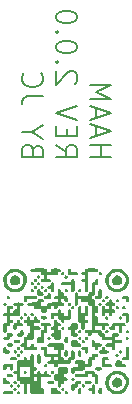
<source format=gbr>
%TF.GenerationSoftware,KiCad,Pcbnew,8.0.8-8.0.8-0~ubuntu24.04.1*%
%TF.CreationDate,2025-02-21T21:48:45-06:00*%
%TF.ProjectId,edge_human_detection_board,65646765-5f68-4756-9d61-6e5f64657465,rev?*%
%TF.SameCoordinates,Original*%
%TF.FileFunction,Legend,Bot*%
%TF.FilePolarity,Positive*%
%FSLAX46Y46*%
G04 Gerber Fmt 4.6, Leading zero omitted, Abs format (unit mm)*
G04 Created by KiCad (PCBNEW 8.0.8-8.0.8-0~ubuntu24.04.1) date 2025-02-21 21:48:45*
%MOMM*%
%LPD*%
G01*
G04 APERTURE LIST*
%ADD10C,0.150000*%
%ADD11C,0.000000*%
G04 APERTURE END LIST*
D10*
X118623883Y-109872744D02*
X120423883Y-109872744D01*
X119566740Y-109872744D02*
X119566740Y-108844173D01*
X118623883Y-108844173D02*
X120423883Y-108844173D01*
X119138169Y-108072744D02*
X119138169Y-107215602D01*
X118623883Y-108244173D02*
X120423883Y-107644173D01*
X120423883Y-107644173D02*
X118623883Y-107044173D01*
X119138169Y-106529887D02*
X119138169Y-105672745D01*
X118623883Y-106701316D02*
X120423883Y-106101316D01*
X120423883Y-106101316D02*
X118623883Y-105501316D01*
X118623883Y-104901316D02*
X120423883Y-104901316D01*
X120423883Y-104901316D02*
X119138169Y-104301316D01*
X119138169Y-104301316D02*
X120423883Y-103701316D01*
X120423883Y-103701316D02*
X118623883Y-103701316D01*
X115725984Y-108844173D02*
X116583127Y-109444173D01*
X115725984Y-109872744D02*
X117525984Y-109872744D01*
X117525984Y-109872744D02*
X117525984Y-109187030D01*
X117525984Y-109187030D02*
X117440270Y-109015601D01*
X117440270Y-109015601D02*
X117354556Y-108929887D01*
X117354556Y-108929887D02*
X117183127Y-108844173D01*
X117183127Y-108844173D02*
X116925984Y-108844173D01*
X116925984Y-108844173D02*
X116754556Y-108929887D01*
X116754556Y-108929887D02*
X116668841Y-109015601D01*
X116668841Y-109015601D02*
X116583127Y-109187030D01*
X116583127Y-109187030D02*
X116583127Y-109872744D01*
X116668841Y-108072744D02*
X116668841Y-107472744D01*
X115725984Y-107215601D02*
X115725984Y-108072744D01*
X115725984Y-108072744D02*
X117525984Y-108072744D01*
X117525984Y-108072744D02*
X117525984Y-107215601D01*
X117525984Y-106701316D02*
X115725984Y-106101316D01*
X115725984Y-106101316D02*
X117525984Y-105501316D01*
X117354556Y-103615601D02*
X117440270Y-103529887D01*
X117440270Y-103529887D02*
X117525984Y-103358459D01*
X117525984Y-103358459D02*
X117525984Y-102929887D01*
X117525984Y-102929887D02*
X117440270Y-102758459D01*
X117440270Y-102758459D02*
X117354556Y-102672744D01*
X117354556Y-102672744D02*
X117183127Y-102587030D01*
X117183127Y-102587030D02*
X117011699Y-102587030D01*
X117011699Y-102587030D02*
X116754556Y-102672744D01*
X116754556Y-102672744D02*
X115725984Y-103701316D01*
X115725984Y-103701316D02*
X115725984Y-102587030D01*
X115897413Y-101815601D02*
X115811699Y-101729887D01*
X115811699Y-101729887D02*
X115725984Y-101815601D01*
X115725984Y-101815601D02*
X115811699Y-101901315D01*
X115811699Y-101901315D02*
X115897413Y-101815601D01*
X115897413Y-101815601D02*
X115725984Y-101815601D01*
X117525984Y-100615601D02*
X117525984Y-100444172D01*
X117525984Y-100444172D02*
X117440270Y-100272744D01*
X117440270Y-100272744D02*
X117354556Y-100187030D01*
X117354556Y-100187030D02*
X117183127Y-100101315D01*
X117183127Y-100101315D02*
X116840270Y-100015601D01*
X116840270Y-100015601D02*
X116411699Y-100015601D01*
X116411699Y-100015601D02*
X116068841Y-100101315D01*
X116068841Y-100101315D02*
X115897413Y-100187030D01*
X115897413Y-100187030D02*
X115811699Y-100272744D01*
X115811699Y-100272744D02*
X115725984Y-100444172D01*
X115725984Y-100444172D02*
X115725984Y-100615601D01*
X115725984Y-100615601D02*
X115811699Y-100787030D01*
X115811699Y-100787030D02*
X115897413Y-100872744D01*
X115897413Y-100872744D02*
X116068841Y-100958458D01*
X116068841Y-100958458D02*
X116411699Y-101044172D01*
X116411699Y-101044172D02*
X116840270Y-101044172D01*
X116840270Y-101044172D02*
X117183127Y-100958458D01*
X117183127Y-100958458D02*
X117354556Y-100872744D01*
X117354556Y-100872744D02*
X117440270Y-100787030D01*
X117440270Y-100787030D02*
X117525984Y-100615601D01*
X115897413Y-99244172D02*
X115811699Y-99158458D01*
X115811699Y-99158458D02*
X115725984Y-99244172D01*
X115725984Y-99244172D02*
X115811699Y-99329886D01*
X115811699Y-99329886D02*
X115897413Y-99244172D01*
X115897413Y-99244172D02*
X115725984Y-99244172D01*
X117525984Y-98044172D02*
X117525984Y-97872743D01*
X117525984Y-97872743D02*
X117440270Y-97701315D01*
X117440270Y-97701315D02*
X117354556Y-97615601D01*
X117354556Y-97615601D02*
X117183127Y-97529886D01*
X117183127Y-97529886D02*
X116840270Y-97444172D01*
X116840270Y-97444172D02*
X116411699Y-97444172D01*
X116411699Y-97444172D02*
X116068841Y-97529886D01*
X116068841Y-97529886D02*
X115897413Y-97615601D01*
X115897413Y-97615601D02*
X115811699Y-97701315D01*
X115811699Y-97701315D02*
X115725984Y-97872743D01*
X115725984Y-97872743D02*
X115725984Y-98044172D01*
X115725984Y-98044172D02*
X115811699Y-98215601D01*
X115811699Y-98215601D02*
X115897413Y-98301315D01*
X115897413Y-98301315D02*
X116068841Y-98387029D01*
X116068841Y-98387029D02*
X116411699Y-98472743D01*
X116411699Y-98472743D02*
X116840270Y-98472743D01*
X116840270Y-98472743D02*
X117183127Y-98387029D01*
X117183127Y-98387029D02*
X117354556Y-98301315D01*
X117354556Y-98301315D02*
X117440270Y-98215601D01*
X117440270Y-98215601D02*
X117525984Y-98044172D01*
X113770942Y-109272744D02*
X113685228Y-109015601D01*
X113685228Y-109015601D02*
X113599514Y-108929887D01*
X113599514Y-108929887D02*
X113428085Y-108844173D01*
X113428085Y-108844173D02*
X113170942Y-108844173D01*
X113170942Y-108844173D02*
X112999514Y-108929887D01*
X112999514Y-108929887D02*
X112913800Y-109015601D01*
X112913800Y-109015601D02*
X112828085Y-109187030D01*
X112828085Y-109187030D02*
X112828085Y-109872744D01*
X112828085Y-109872744D02*
X114628085Y-109872744D01*
X114628085Y-109872744D02*
X114628085Y-109272744D01*
X114628085Y-109272744D02*
X114542371Y-109101316D01*
X114542371Y-109101316D02*
X114456657Y-109015601D01*
X114456657Y-109015601D02*
X114285228Y-108929887D01*
X114285228Y-108929887D02*
X114113800Y-108929887D01*
X114113800Y-108929887D02*
X113942371Y-109015601D01*
X113942371Y-109015601D02*
X113856657Y-109101316D01*
X113856657Y-109101316D02*
X113770942Y-109272744D01*
X113770942Y-109272744D02*
X113770942Y-109872744D01*
X113685228Y-107729887D02*
X112828085Y-107729887D01*
X114628085Y-108329887D02*
X113685228Y-107729887D01*
X113685228Y-107729887D02*
X114628085Y-107129887D01*
X114628085Y-104644172D02*
X113342371Y-104644172D01*
X113342371Y-104644172D02*
X113085228Y-104729887D01*
X113085228Y-104729887D02*
X112913800Y-104901315D01*
X112913800Y-104901315D02*
X112828085Y-105158458D01*
X112828085Y-105158458D02*
X112828085Y-105329887D01*
X112999514Y-102758458D02*
X112913800Y-102844172D01*
X112913800Y-102844172D02*
X112828085Y-103101315D01*
X112828085Y-103101315D02*
X112828085Y-103272743D01*
X112828085Y-103272743D02*
X112913800Y-103529886D01*
X112913800Y-103529886D02*
X113085228Y-103701315D01*
X113085228Y-103701315D02*
X113256657Y-103787029D01*
X113256657Y-103787029D02*
X113599514Y-103872743D01*
X113599514Y-103872743D02*
X113856657Y-103872743D01*
X113856657Y-103872743D02*
X114199514Y-103787029D01*
X114199514Y-103787029D02*
X114370942Y-103701315D01*
X114370942Y-103701315D02*
X114542371Y-103529886D01*
X114542371Y-103529886D02*
X114628085Y-103272743D01*
X114628085Y-103272743D02*
X114628085Y-103101315D01*
X114628085Y-103101315D02*
X114542371Y-102844172D01*
X114542371Y-102844172D02*
X114456657Y-102758458D01*
D11*
%TO.C,G\u002A\u002A\u002A*%
G36*
X121800401Y-124457402D02*
G01*
X121860304Y-124486693D01*
X121909356Y-124540185D01*
X121929679Y-124600000D01*
X121917633Y-124643767D01*
X121881664Y-124696030D01*
X121837896Y-124727751D01*
X121785633Y-124744045D01*
X121741866Y-124731999D01*
X121689603Y-124696030D01*
X121657882Y-124652263D01*
X121641588Y-124600000D01*
X121643035Y-124585232D01*
X121672327Y-124525329D01*
X121725818Y-124476277D01*
X121785633Y-124455954D01*
X121800401Y-124457402D01*
G37*
G36*
X121800401Y-125033583D02*
G01*
X121860304Y-125062875D01*
X121909356Y-125116366D01*
X121929679Y-125176181D01*
X121917633Y-125219949D01*
X121881664Y-125272212D01*
X121837896Y-125303933D01*
X121785633Y-125320227D01*
X121741866Y-125308181D01*
X121689603Y-125272212D01*
X121657882Y-125228444D01*
X121641588Y-125176181D01*
X121643035Y-125161414D01*
X121672327Y-125101510D01*
X121725818Y-125052459D01*
X121785633Y-125032136D01*
X121800401Y-125033583D01*
G37*
G36*
X121512310Y-122440766D02*
G01*
X121572214Y-122470058D01*
X121621265Y-122523550D01*
X121641588Y-122583365D01*
X121629542Y-122627132D01*
X121593573Y-122679395D01*
X121549806Y-122711116D01*
X121497543Y-122727410D01*
X121453775Y-122715364D01*
X121401512Y-122679395D01*
X121369791Y-122635628D01*
X121353497Y-122583365D01*
X121354944Y-122568597D01*
X121384236Y-122508694D01*
X121437728Y-122459642D01*
X121497543Y-122439319D01*
X121512310Y-122440766D01*
G37*
G36*
X121224219Y-123305039D02*
G01*
X121284123Y-123334331D01*
X121333174Y-123387822D01*
X121353497Y-123447637D01*
X121341451Y-123491404D01*
X121305482Y-123543667D01*
X121261715Y-123575388D01*
X121209452Y-123591682D01*
X121165685Y-123579636D01*
X121113422Y-123543667D01*
X121081701Y-123499900D01*
X121065407Y-123447637D01*
X121066854Y-123432870D01*
X121096146Y-123372966D01*
X121149637Y-123323914D01*
X121209452Y-123303592D01*
X121224219Y-123305039D01*
G37*
G36*
X121224219Y-126185946D02*
G01*
X121284123Y-126215238D01*
X121333174Y-126268729D01*
X121353497Y-126328544D01*
X121341451Y-126372312D01*
X121305482Y-126424575D01*
X121261715Y-126456296D01*
X121209452Y-126472590D01*
X121165685Y-126460543D01*
X121113422Y-126424575D01*
X121081701Y-126380807D01*
X121065407Y-126328544D01*
X121066854Y-126313777D01*
X121096146Y-126253873D01*
X121149637Y-126204822D01*
X121209452Y-126184499D01*
X121224219Y-126185946D01*
G37*
G36*
X120965129Y-121875184D02*
G01*
X121017391Y-121911153D01*
X121049113Y-121954920D01*
X121065407Y-122007183D01*
X121053360Y-122050951D01*
X121017391Y-122103213D01*
X120973624Y-122134935D01*
X120921361Y-122151229D01*
X120877594Y-122139182D01*
X120825331Y-122103213D01*
X120793610Y-122059446D01*
X120777316Y-122007183D01*
X120789362Y-121963416D01*
X120825331Y-121911153D01*
X120869098Y-121879432D01*
X120921361Y-121863138D01*
X120965129Y-121875184D01*
G37*
G36*
X120965129Y-122451365D02*
G01*
X121017391Y-122487334D01*
X121049113Y-122531102D01*
X121065407Y-122583365D01*
X121053360Y-122627132D01*
X121017391Y-122679395D01*
X120973624Y-122711116D01*
X120921361Y-122727410D01*
X120877594Y-122715364D01*
X120825331Y-122679395D01*
X120793610Y-122635628D01*
X120777316Y-122583365D01*
X120789362Y-122539597D01*
X120825331Y-122487334D01*
X120869098Y-122455613D01*
X120921361Y-122439319D01*
X120965129Y-122451365D01*
G37*
G36*
X120965129Y-126484636D02*
G01*
X121017391Y-126520605D01*
X121049113Y-126564372D01*
X121065407Y-126616635D01*
X121053360Y-126660402D01*
X121017391Y-126712665D01*
X120973624Y-126744386D01*
X120921361Y-126760680D01*
X120877594Y-126748634D01*
X120825331Y-126712665D01*
X120793610Y-126668898D01*
X120777316Y-126616635D01*
X120789362Y-126572868D01*
X120825331Y-126520605D01*
X120869098Y-126488884D01*
X120921361Y-126472590D01*
X120965129Y-126484636D01*
G37*
G36*
X120100856Y-121587093D02*
G01*
X120153119Y-121623062D01*
X120184840Y-121666830D01*
X120201134Y-121719092D01*
X120189088Y-121762860D01*
X120153119Y-121815123D01*
X120109352Y-121846844D01*
X120057089Y-121863138D01*
X120013322Y-121851092D01*
X119961059Y-121815123D01*
X119929338Y-121771355D01*
X119913044Y-121719092D01*
X119925090Y-121675325D01*
X119961059Y-121623062D01*
X120004826Y-121591341D01*
X120057089Y-121575047D01*
X120100856Y-121587093D01*
G37*
G36*
X120100856Y-123315638D02*
G01*
X120153119Y-123351607D01*
X120184840Y-123395374D01*
X120201134Y-123447637D01*
X120189088Y-123491404D01*
X120153119Y-123543667D01*
X120109352Y-123575388D01*
X120057089Y-123591682D01*
X120013322Y-123579636D01*
X119961059Y-123543667D01*
X119929338Y-123499900D01*
X119913044Y-123447637D01*
X119925090Y-123403870D01*
X119961059Y-123351607D01*
X120004826Y-123319885D01*
X120057089Y-123303592D01*
X120100856Y-123315638D01*
G37*
G36*
X120100856Y-124468001D02*
G01*
X120153119Y-124503970D01*
X120184840Y-124547737D01*
X120201134Y-124600000D01*
X120189088Y-124643767D01*
X120153119Y-124696030D01*
X120109352Y-124727751D01*
X120057089Y-124744045D01*
X120013322Y-124731999D01*
X119961059Y-124696030D01*
X119929338Y-124652263D01*
X119913044Y-124600000D01*
X119925090Y-124556233D01*
X119961059Y-124503970D01*
X120004826Y-124472248D01*
X120057089Y-124455954D01*
X120100856Y-124468001D01*
G37*
G36*
X119812766Y-121875184D02*
G01*
X119865028Y-121911153D01*
X119896750Y-121954920D01*
X119913044Y-122007183D01*
X119900997Y-122050951D01*
X119865028Y-122103213D01*
X119821261Y-122134935D01*
X119768998Y-122151229D01*
X119725231Y-122139182D01*
X119672968Y-122103213D01*
X119641247Y-122059446D01*
X119624953Y-122007183D01*
X119636999Y-121963416D01*
X119672968Y-121911153D01*
X119716735Y-121879432D01*
X119768998Y-121863138D01*
X119812766Y-121875184D01*
G37*
G36*
X119495675Y-119559859D02*
G01*
X119555579Y-119589151D01*
X119604630Y-119642642D01*
X119624953Y-119702457D01*
X119612907Y-119746225D01*
X119576938Y-119798488D01*
X119533170Y-119830209D01*
X119480908Y-119846503D01*
X119437140Y-119834457D01*
X119384877Y-119798488D01*
X119353156Y-119754720D01*
X119336862Y-119702457D01*
X119348908Y-119658690D01*
X119384877Y-119606427D01*
X119428645Y-119574706D01*
X119480908Y-119558412D01*
X119495675Y-119559859D01*
G37*
G36*
X119524675Y-122163275D02*
G01*
X119576938Y-122199244D01*
X119608659Y-122243011D01*
X119624953Y-122295274D01*
X119612907Y-122339041D01*
X119576938Y-122391304D01*
X119533170Y-122423025D01*
X119480908Y-122439319D01*
X119437140Y-122427273D01*
X119384877Y-122391304D01*
X119353156Y-122347537D01*
X119336862Y-122295274D01*
X119348908Y-122251507D01*
X119384877Y-122199244D01*
X119428645Y-122167523D01*
X119480908Y-122151229D01*
X119524675Y-122163275D01*
G37*
G36*
X118372312Y-125044182D02*
G01*
X118424575Y-125080151D01*
X118456296Y-125123918D01*
X118472590Y-125176181D01*
X118460544Y-125219949D01*
X118424575Y-125272212D01*
X118380807Y-125303933D01*
X118328545Y-125320227D01*
X118284777Y-125308181D01*
X118232514Y-125272212D01*
X118200793Y-125228444D01*
X118184499Y-125176181D01*
X118196545Y-125132414D01*
X118232514Y-125080151D01*
X118276282Y-125048430D01*
X118328545Y-125032136D01*
X118372312Y-125044182D01*
G37*
G36*
X118084221Y-125332273D02*
G01*
X118136484Y-125368242D01*
X118168205Y-125412009D01*
X118184499Y-125464272D01*
X118172453Y-125508039D01*
X118136484Y-125560302D01*
X118092717Y-125592023D01*
X118040454Y-125608317D01*
X117996686Y-125596271D01*
X117944424Y-125560302D01*
X117912702Y-125516535D01*
X117896408Y-125464272D01*
X117908455Y-125420505D01*
X117944424Y-125368242D01*
X117988191Y-125336521D01*
X118040454Y-125320227D01*
X118084221Y-125332273D01*
G37*
G36*
X118084221Y-129077452D02*
G01*
X118136484Y-129113421D01*
X118168205Y-129157189D01*
X118184499Y-129209452D01*
X118172453Y-129253219D01*
X118136484Y-129305482D01*
X118092717Y-129337203D01*
X118040454Y-129353497D01*
X117996686Y-129341451D01*
X117944424Y-129305482D01*
X117912702Y-129261715D01*
X117896408Y-129209452D01*
X117908455Y-129165684D01*
X117944424Y-129113421D01*
X117988191Y-129081700D01*
X118040454Y-129065406D01*
X118084221Y-129077452D01*
G37*
G36*
X117796130Y-121010912D02*
G01*
X117848393Y-121046881D01*
X117880115Y-121090648D01*
X117896408Y-121142911D01*
X117884362Y-121186678D01*
X117848393Y-121238941D01*
X117804626Y-121270662D01*
X117752363Y-121286956D01*
X117708596Y-121274910D01*
X117656333Y-121238941D01*
X117624612Y-121195174D01*
X117608318Y-121142911D01*
X117620364Y-121099144D01*
X117656333Y-121046881D01*
X117700100Y-121015160D01*
X117752363Y-120998866D01*
X117796130Y-121010912D01*
G37*
G36*
X117796130Y-124468001D02*
G01*
X117848393Y-124503970D01*
X117880115Y-124547737D01*
X117896408Y-124600000D01*
X117884362Y-124643767D01*
X117848393Y-124696030D01*
X117804626Y-124727751D01*
X117752363Y-124744045D01*
X117708596Y-124731999D01*
X117656333Y-124696030D01*
X117624612Y-124652263D01*
X117608318Y-124600000D01*
X117620364Y-124556233D01*
X117656333Y-124503970D01*
X117700100Y-124472248D01*
X117752363Y-124455954D01*
X117796130Y-124468001D01*
G37*
G36*
X117796130Y-125044182D02*
G01*
X117848393Y-125080151D01*
X117880115Y-125123918D01*
X117896408Y-125176181D01*
X117884362Y-125219949D01*
X117848393Y-125272212D01*
X117804626Y-125303933D01*
X117752363Y-125320227D01*
X117708596Y-125308181D01*
X117656333Y-125272212D01*
X117624612Y-125228444D01*
X117608318Y-125176181D01*
X117620364Y-125132414D01*
X117656333Y-125080151D01*
X117700100Y-125048430D01*
X117752363Y-125032136D01*
X117796130Y-125044182D01*
G37*
G36*
X117219949Y-122451365D02*
G01*
X117272212Y-122487334D01*
X117303933Y-122531102D01*
X117320227Y-122583365D01*
X117308181Y-122627132D01*
X117272212Y-122679395D01*
X117228445Y-122711116D01*
X117176182Y-122727410D01*
X117132414Y-122715364D01*
X117080151Y-122679395D01*
X117048430Y-122635628D01*
X117032136Y-122583365D01*
X117044182Y-122539597D01*
X117080151Y-122487334D01*
X117123919Y-122455613D01*
X117176182Y-122439319D01*
X117219949Y-122451365D01*
G37*
G36*
X117219949Y-128501271D02*
G01*
X117272212Y-128537240D01*
X117303933Y-128581007D01*
X117320227Y-128633270D01*
X117308181Y-128677038D01*
X117272212Y-128729300D01*
X117228445Y-128761022D01*
X117176182Y-128777316D01*
X117132414Y-128765269D01*
X117080151Y-128729300D01*
X117048430Y-128685533D01*
X117032136Y-128633270D01*
X117044182Y-128589503D01*
X117080151Y-128537240D01*
X117123919Y-128505519D01*
X117176182Y-128489225D01*
X117219949Y-128501271D01*
G37*
G36*
X116931858Y-122163275D02*
G01*
X116984121Y-122199244D01*
X117015842Y-122243011D01*
X117032136Y-122295274D01*
X117020090Y-122339041D01*
X116984121Y-122391304D01*
X116940354Y-122423025D01*
X116888091Y-122439319D01*
X116844324Y-122427273D01*
X116792061Y-122391304D01*
X116760339Y-122347537D01*
X116744046Y-122295274D01*
X116756092Y-122251507D01*
X116792061Y-122199244D01*
X116835828Y-122167523D01*
X116888091Y-122151229D01*
X116931858Y-122163275D01*
G37*
G36*
X116614768Y-119847950D02*
G01*
X116674671Y-119877242D01*
X116723723Y-119930733D01*
X116744046Y-119990548D01*
X116731999Y-120034315D01*
X116696030Y-120086578D01*
X116652263Y-120118299D01*
X116600000Y-120134593D01*
X116556233Y-120122547D01*
X116503970Y-120086578D01*
X116472249Y-120042811D01*
X116455955Y-119990548D01*
X116468001Y-119946781D01*
X116503970Y-119894518D01*
X116547737Y-119862797D01*
X116600000Y-119846503D01*
X116614768Y-119847950D01*
G37*
G36*
X116643767Y-121010912D02*
G01*
X116696030Y-121046881D01*
X116727752Y-121090648D01*
X116744046Y-121142911D01*
X116731999Y-121186678D01*
X116696030Y-121238941D01*
X116652263Y-121270662D01*
X116600000Y-121286956D01*
X116556233Y-121274910D01*
X116503970Y-121238941D01*
X116472249Y-121195174D01*
X116455955Y-121142911D01*
X116468001Y-121099144D01*
X116503970Y-121046881D01*
X116547737Y-121015160D01*
X116600000Y-120998866D01*
X116643767Y-121010912D01*
G37*
G36*
X116643767Y-129653634D02*
G01*
X116696030Y-129689603D01*
X116727752Y-129733370D01*
X116744046Y-129785633D01*
X116731999Y-129829400D01*
X116696030Y-129881663D01*
X116652263Y-129913385D01*
X116600000Y-129929678D01*
X116556233Y-129917632D01*
X116503970Y-129881663D01*
X116472249Y-129837896D01*
X116455955Y-129785633D01*
X116468001Y-129741866D01*
X116503970Y-129689603D01*
X116547737Y-129657882D01*
X116600000Y-129641588D01*
X116643767Y-129653634D01*
G37*
G36*
X116326677Y-119559859D02*
G01*
X116386580Y-119589151D01*
X116435632Y-119642642D01*
X116455955Y-119702457D01*
X116443909Y-119746225D01*
X116407940Y-119798488D01*
X116364172Y-119830209D01*
X116311909Y-119846503D01*
X116268142Y-119834457D01*
X116215879Y-119798488D01*
X116184158Y-119754720D01*
X116167864Y-119702457D01*
X116179910Y-119658690D01*
X116215879Y-119606427D01*
X116259646Y-119574706D01*
X116311909Y-119558412D01*
X116326677Y-119559859D01*
G37*
G36*
X116355677Y-124179910D02*
G01*
X116407940Y-124215879D01*
X116439661Y-124259646D01*
X116455955Y-124311909D01*
X116443909Y-124355676D01*
X116407940Y-124407939D01*
X116364172Y-124439661D01*
X116311909Y-124455954D01*
X116268142Y-124443908D01*
X116215879Y-124407939D01*
X116184158Y-124364172D01*
X116167864Y-124311909D01*
X116179910Y-124268142D01*
X116215879Y-124215879D01*
X116259646Y-124184158D01*
X116311909Y-124167864D01*
X116355677Y-124179910D01*
G37*
G36*
X116355677Y-129365543D02*
G01*
X116407940Y-129401512D01*
X116439661Y-129445279D01*
X116455955Y-129497542D01*
X116443909Y-129541310D01*
X116407940Y-129593573D01*
X116364172Y-129625294D01*
X116311909Y-129641588D01*
X116268142Y-129629542D01*
X116215879Y-129593573D01*
X116184158Y-129549805D01*
X116167864Y-129497542D01*
X116179910Y-129453775D01*
X116215879Y-129401512D01*
X116259646Y-129369791D01*
X116311909Y-129353497D01*
X116355677Y-129365543D01*
G37*
G36*
X115491405Y-127925089D02*
G01*
X115543667Y-127961058D01*
X115575389Y-128004826D01*
X115591683Y-128057089D01*
X115579636Y-128100856D01*
X115543667Y-128153119D01*
X115499900Y-128184840D01*
X115447637Y-128201134D01*
X115403870Y-128189088D01*
X115351607Y-128153119D01*
X115319886Y-128109352D01*
X115303592Y-128057089D01*
X115315638Y-128013321D01*
X115351607Y-127961058D01*
X115395374Y-127929337D01*
X115447637Y-127913043D01*
X115491405Y-127925089D01*
G37*
G36*
X115203314Y-125044182D02*
G01*
X115255577Y-125080151D01*
X115287298Y-125123918D01*
X115303592Y-125176181D01*
X115291546Y-125219949D01*
X115255577Y-125272212D01*
X115211809Y-125303933D01*
X115159546Y-125320227D01*
X115115779Y-125308181D01*
X115063516Y-125272212D01*
X115031795Y-125228444D01*
X115015501Y-125176181D01*
X115027547Y-125132414D01*
X115063516Y-125080151D01*
X115107284Y-125048430D01*
X115159546Y-125032136D01*
X115203314Y-125044182D01*
G37*
G36*
X114915223Y-121010912D02*
G01*
X114967486Y-121046881D01*
X114999207Y-121090648D01*
X115015501Y-121142911D01*
X115003455Y-121186678D01*
X114967486Y-121238941D01*
X114923719Y-121270662D01*
X114871456Y-121286956D01*
X114827688Y-121274910D01*
X114775425Y-121238941D01*
X114743704Y-121195174D01*
X114727410Y-121142911D01*
X114739457Y-121099144D01*
X114775425Y-121046881D01*
X114819193Y-121015160D01*
X114871456Y-120998866D01*
X114915223Y-121010912D01*
G37*
G36*
X114915223Y-127348908D02*
G01*
X114967486Y-127384877D01*
X114999207Y-127428644D01*
X115015501Y-127480907D01*
X115003455Y-127524675D01*
X114967486Y-127576937D01*
X114923719Y-127608659D01*
X114871456Y-127624953D01*
X114827688Y-127612906D01*
X114775425Y-127576937D01*
X114743704Y-127533170D01*
X114727410Y-127480907D01*
X114739457Y-127437140D01*
X114775425Y-127384877D01*
X114819193Y-127353156D01*
X114871456Y-127336862D01*
X114915223Y-127348908D01*
G37*
G36*
X114627132Y-120722821D02*
G01*
X114679395Y-120758790D01*
X114711116Y-120802557D01*
X114727410Y-120854820D01*
X114715364Y-120898588D01*
X114679395Y-120950851D01*
X114635628Y-120982572D01*
X114583365Y-120998866D01*
X114539598Y-120986819D01*
X114487335Y-120950851D01*
X114455614Y-120907083D01*
X114439320Y-120854820D01*
X114451366Y-120811053D01*
X114487335Y-120758790D01*
X114531102Y-120727069D01*
X114583365Y-120710775D01*
X114627132Y-120722821D01*
G37*
G36*
X114310042Y-119847950D02*
G01*
X114369945Y-119877242D01*
X114418997Y-119930733D01*
X114439320Y-119990548D01*
X114427273Y-120034315D01*
X114391304Y-120086578D01*
X114347537Y-120118299D01*
X114295274Y-120134593D01*
X114251507Y-120122547D01*
X114199244Y-120086578D01*
X114167523Y-120042811D01*
X114151229Y-119990548D01*
X114163275Y-119946781D01*
X114199244Y-119894518D01*
X114243011Y-119862797D01*
X114295274Y-119846503D01*
X114310042Y-119847950D01*
G37*
G36*
X114339042Y-120434730D02*
G01*
X114391304Y-120470699D01*
X114423026Y-120514467D01*
X114439320Y-120566730D01*
X114427273Y-120610497D01*
X114391304Y-120662760D01*
X114347537Y-120694481D01*
X114295274Y-120710775D01*
X114251507Y-120698729D01*
X114199244Y-120662760D01*
X114167523Y-120618992D01*
X114151229Y-120566730D01*
X114163275Y-120522962D01*
X114199244Y-120470699D01*
X114243011Y-120438978D01*
X114295274Y-120422684D01*
X114339042Y-120434730D01*
G37*
G36*
X114050951Y-120146640D02*
G01*
X114103214Y-120182609D01*
X114134935Y-120226376D01*
X114151229Y-120278639D01*
X114139183Y-120322406D01*
X114103214Y-120374669D01*
X114059446Y-120406390D01*
X114007184Y-120422684D01*
X113963416Y-120410638D01*
X113911153Y-120374669D01*
X113879432Y-120330902D01*
X113863138Y-120278639D01*
X113875184Y-120234871D01*
X113911153Y-120182609D01*
X113954921Y-120150887D01*
X114007184Y-120134593D01*
X114050951Y-120146640D01*
G37*
G36*
X114050951Y-120722821D02*
G01*
X114103214Y-120758790D01*
X114134935Y-120802557D01*
X114151229Y-120854820D01*
X114139183Y-120898588D01*
X114103214Y-120950851D01*
X114059446Y-120982572D01*
X114007184Y-120998866D01*
X113963416Y-120986819D01*
X113911153Y-120950851D01*
X113879432Y-120907083D01*
X113863138Y-120854820D01*
X113875184Y-120811053D01*
X113911153Y-120758790D01*
X113954921Y-120727069D01*
X114007184Y-120710775D01*
X114050951Y-120722821D01*
G37*
G36*
X113762860Y-120434730D02*
G01*
X113815123Y-120470699D01*
X113846844Y-120514467D01*
X113863138Y-120566730D01*
X113851092Y-120610497D01*
X113815123Y-120662760D01*
X113771356Y-120694481D01*
X113719093Y-120710775D01*
X113675325Y-120698729D01*
X113623063Y-120662760D01*
X113591341Y-120618992D01*
X113575047Y-120566730D01*
X113587094Y-120522962D01*
X113623063Y-120470699D01*
X113666830Y-120438978D01*
X113719093Y-120422684D01*
X113762860Y-120434730D01*
G37*
G36*
X113762860Y-121010912D02*
G01*
X113815123Y-121046881D01*
X113846844Y-121090648D01*
X113863138Y-121142911D01*
X113851092Y-121186678D01*
X113815123Y-121238941D01*
X113771356Y-121270662D01*
X113719093Y-121286956D01*
X113675325Y-121274910D01*
X113623063Y-121238941D01*
X113591341Y-121195174D01*
X113575047Y-121142911D01*
X113587094Y-121099144D01*
X113623063Y-121046881D01*
X113666830Y-121015160D01*
X113719093Y-120998866D01*
X113762860Y-121010912D01*
G37*
G36*
X113762860Y-123027547D02*
G01*
X113815123Y-123063516D01*
X113846844Y-123107283D01*
X113863138Y-123159546D01*
X113851092Y-123203314D01*
X113815123Y-123255576D01*
X113771356Y-123287298D01*
X113719093Y-123303592D01*
X113675325Y-123291545D01*
X113623063Y-123255576D01*
X113591341Y-123211809D01*
X113575047Y-123159546D01*
X113587094Y-123115779D01*
X113623063Y-123063516D01*
X113666830Y-123031795D01*
X113719093Y-123015501D01*
X113762860Y-123027547D01*
G37*
G36*
X113186679Y-123027547D02*
G01*
X113238942Y-123063516D01*
X113270663Y-123107283D01*
X113286957Y-123159546D01*
X113274911Y-123203314D01*
X113238942Y-123255576D01*
X113195174Y-123287298D01*
X113142911Y-123303592D01*
X113099144Y-123291545D01*
X113046881Y-123255576D01*
X113015160Y-123211809D01*
X112998866Y-123159546D01*
X113010912Y-123115779D01*
X113046881Y-123063516D01*
X113090648Y-123031795D01*
X113142911Y-123015501D01*
X113186679Y-123027547D01*
G37*
G36*
X113186679Y-127925089D02*
G01*
X113238942Y-127961058D01*
X113270663Y-128004826D01*
X113286957Y-128057089D01*
X113274911Y-128100856D01*
X113238942Y-128153119D01*
X113195174Y-128184840D01*
X113142911Y-128201134D01*
X113099144Y-128189088D01*
X113046881Y-128153119D01*
X113015160Y-128109352D01*
X112998866Y-128057089D01*
X113010912Y-128013321D01*
X113046881Y-127961058D01*
X113090648Y-127929337D01*
X113142911Y-127913043D01*
X113186679Y-127925089D01*
G37*
G36*
X112898588Y-123315638D02*
G01*
X112950851Y-123351607D01*
X112982572Y-123395374D01*
X112998866Y-123447637D01*
X112986820Y-123491404D01*
X112950851Y-123543667D01*
X112907083Y-123575388D01*
X112854821Y-123591682D01*
X112811053Y-123579636D01*
X112758790Y-123543667D01*
X112727069Y-123499900D01*
X112710775Y-123447637D01*
X112722821Y-123403870D01*
X112758790Y-123351607D01*
X112802558Y-123319885D01*
X112854821Y-123303592D01*
X112898588Y-123315638D01*
G37*
G36*
X112898588Y-126196545D02*
G01*
X112950851Y-126232514D01*
X112982572Y-126276281D01*
X112998866Y-126328544D01*
X112986820Y-126372312D01*
X112950851Y-126424575D01*
X112907083Y-126456296D01*
X112854821Y-126472590D01*
X112811053Y-126460543D01*
X112758790Y-126424575D01*
X112727069Y-126380807D01*
X112710775Y-126328544D01*
X112722821Y-126284777D01*
X112758790Y-126232514D01*
X112802558Y-126200793D01*
X112854821Y-126184499D01*
X112898588Y-126196545D01*
G37*
G36*
X112610497Y-125908454D02*
G01*
X112662760Y-125944423D01*
X112694481Y-125988191D01*
X112710775Y-126040454D01*
X112698729Y-126084221D01*
X112662760Y-126136484D01*
X112618993Y-126168205D01*
X112566730Y-126184499D01*
X112522962Y-126172453D01*
X112470700Y-126136484D01*
X112438978Y-126092716D01*
X112422684Y-126040454D01*
X112434731Y-125996686D01*
X112470700Y-125944423D01*
X112514467Y-125912702D01*
X112566730Y-125896408D01*
X112610497Y-125908454D01*
G37*
G36*
X112610497Y-126484636D02*
G01*
X112662760Y-126520605D01*
X112694481Y-126564372D01*
X112710775Y-126616635D01*
X112698729Y-126660402D01*
X112662760Y-126712665D01*
X112618993Y-126744386D01*
X112566730Y-126760680D01*
X112522962Y-126748634D01*
X112470700Y-126712665D01*
X112438978Y-126668898D01*
X112422684Y-126616635D01*
X112434731Y-126572868D01*
X112470700Y-126520605D01*
X112514467Y-126488884D01*
X112566730Y-126472590D01*
X112610497Y-126484636D01*
G37*
G36*
X112610497Y-129077452D02*
G01*
X112662760Y-129113421D01*
X112694481Y-129157189D01*
X112710775Y-129209452D01*
X112698729Y-129253219D01*
X112662760Y-129305482D01*
X112618993Y-129337203D01*
X112566730Y-129353497D01*
X112522962Y-129341451D01*
X112470700Y-129305482D01*
X112438978Y-129261715D01*
X112422684Y-129209452D01*
X112434731Y-129165684D01*
X112470700Y-129113421D01*
X112514467Y-129081700D01*
X112566730Y-129065406D01*
X112610497Y-129077452D01*
G37*
G36*
X112610497Y-129653634D02*
G01*
X112662760Y-129689603D01*
X112694481Y-129733370D01*
X112710775Y-129785633D01*
X112698729Y-129829400D01*
X112662760Y-129881663D01*
X112618993Y-129913385D01*
X112566730Y-129929678D01*
X112522962Y-129917632D01*
X112470700Y-129881663D01*
X112438978Y-129837896D01*
X112422684Y-129785633D01*
X112434731Y-129741866D01*
X112470700Y-129689603D01*
X112514467Y-129657882D01*
X112566730Y-129641588D01*
X112610497Y-129653634D01*
G37*
G36*
X112322406Y-126196545D02*
G01*
X112374669Y-126232514D01*
X112406391Y-126276281D01*
X112422684Y-126328544D01*
X112410638Y-126372312D01*
X112374669Y-126424575D01*
X112330902Y-126456296D01*
X112278639Y-126472590D01*
X112234872Y-126460543D01*
X112182609Y-126424575D01*
X112150888Y-126380807D01*
X112134594Y-126328544D01*
X112146640Y-126284777D01*
X112182609Y-126232514D01*
X112226376Y-126200793D01*
X112278639Y-126184499D01*
X112322406Y-126196545D01*
G37*
G36*
X112322406Y-128789362D02*
G01*
X112374669Y-128825331D01*
X112406391Y-128869098D01*
X112422684Y-128921361D01*
X112410638Y-128965128D01*
X112374669Y-129017391D01*
X112330902Y-129049112D01*
X112278639Y-129065406D01*
X112234872Y-129053360D01*
X112182609Y-129017391D01*
X112150888Y-128973624D01*
X112134594Y-128921361D01*
X112146640Y-128877594D01*
X112182609Y-128825331D01*
X112226376Y-128793609D01*
X112278639Y-128777316D01*
X112322406Y-128789362D01*
G37*
G36*
X112322406Y-129365543D02*
G01*
X112374669Y-129401512D01*
X112406391Y-129445279D01*
X112422684Y-129497542D01*
X112410638Y-129541310D01*
X112374669Y-129593573D01*
X112330902Y-129625294D01*
X112278639Y-129641588D01*
X112234872Y-129629542D01*
X112182609Y-129593573D01*
X112150888Y-129549805D01*
X112134594Y-129497542D01*
X112146640Y-129453775D01*
X112182609Y-129401512D01*
X112226376Y-129369791D01*
X112278639Y-129353497D01*
X112322406Y-129365543D01*
G37*
G36*
X112034316Y-129077452D02*
G01*
X112086579Y-129113421D01*
X112118300Y-129157189D01*
X112134594Y-129209452D01*
X112122548Y-129253219D01*
X112086579Y-129305482D01*
X112042811Y-129337203D01*
X111990548Y-129353497D01*
X111946781Y-129341451D01*
X111894518Y-129305482D01*
X111862797Y-129261715D01*
X111846503Y-129209452D01*
X111858549Y-129165684D01*
X111894518Y-129113421D01*
X111938285Y-129081700D01*
X111990548Y-129065406D01*
X112034316Y-129077452D01*
G37*
G36*
X111746225Y-121587093D02*
G01*
X111798488Y-121623062D01*
X111830209Y-121666830D01*
X111846503Y-121719092D01*
X111834457Y-121762860D01*
X111798488Y-121815123D01*
X111754721Y-121846844D01*
X111702458Y-121863138D01*
X111658690Y-121851092D01*
X111606427Y-121815123D01*
X111574706Y-121771355D01*
X111558412Y-121719092D01*
X111570458Y-121675325D01*
X111606427Y-121623062D01*
X111650195Y-121591341D01*
X111702458Y-121575047D01*
X111746225Y-121587093D01*
G37*
G36*
X111458134Y-122163275D02*
G01*
X111510397Y-122199244D01*
X111542118Y-122243011D01*
X111558412Y-122295274D01*
X111546366Y-122339041D01*
X111510397Y-122391304D01*
X111466630Y-122423025D01*
X111414367Y-122439319D01*
X111370600Y-122427273D01*
X111318337Y-122391304D01*
X111286615Y-122347537D01*
X111270322Y-122295274D01*
X111282368Y-122251507D01*
X111318337Y-122199244D01*
X111362104Y-122167523D01*
X111414367Y-122151229D01*
X111458134Y-122163275D01*
G37*
G36*
X119524675Y-129365543D02*
G01*
X119576938Y-129401512D01*
X119599460Y-129430063D01*
X119615270Y-129473256D01*
X119622944Y-129539646D01*
X119624953Y-129641588D01*
X119623446Y-129733182D01*
X119616600Y-129803270D01*
X119601921Y-129848645D01*
X119576938Y-129881663D01*
X119533170Y-129913385D01*
X119480908Y-129929678D01*
X119437140Y-129917632D01*
X119384877Y-129881663D01*
X119362355Y-129853113D01*
X119346545Y-129809920D01*
X119338871Y-129743530D01*
X119336862Y-129641588D01*
X119338369Y-129549993D01*
X119345215Y-129479906D01*
X119359894Y-129434531D01*
X119384877Y-129401512D01*
X119428645Y-129369791D01*
X119480908Y-129353497D01*
X119524675Y-129365543D01*
G37*
G36*
X119428457Y-127626460D02*
G01*
X119498544Y-127633305D01*
X119543919Y-127647984D01*
X119576938Y-127672968D01*
X119608659Y-127716735D01*
X119624953Y-127768998D01*
X119612907Y-127812765D01*
X119576938Y-127865028D01*
X119548387Y-127887550D01*
X119505194Y-127903360D01*
X119438804Y-127911035D01*
X119336862Y-127913043D01*
X119245268Y-127911536D01*
X119175180Y-127904690D01*
X119129805Y-127890012D01*
X119096787Y-127865028D01*
X119065065Y-127821261D01*
X119048771Y-127768998D01*
X119060818Y-127725231D01*
X119096787Y-127672968D01*
X119125337Y-127650446D01*
X119168530Y-127634635D01*
X119234920Y-127626961D01*
X119336862Y-127624953D01*
X119428457Y-127626460D01*
G37*
G36*
X118564184Y-128778823D02*
G01*
X118634272Y-128785668D01*
X118679647Y-128800347D01*
X118712666Y-128825331D01*
X118744387Y-128869098D01*
X118760681Y-128921361D01*
X118748635Y-128965128D01*
X118712666Y-129017391D01*
X118684115Y-129039913D01*
X118640922Y-129055723D01*
X118574532Y-129063397D01*
X118472590Y-129065406D01*
X118380995Y-129063899D01*
X118310908Y-129057053D01*
X118265533Y-129042374D01*
X118232514Y-129017391D01*
X118200793Y-128973624D01*
X118184499Y-128921361D01*
X118196545Y-128877594D01*
X118232514Y-128825331D01*
X118261065Y-128802809D01*
X118304258Y-128786998D01*
X118370648Y-128779324D01*
X118472590Y-128777316D01*
X118564184Y-128778823D01*
G37*
G36*
X117796130Y-126196545D02*
G01*
X117848393Y-126232514D01*
X117870915Y-126261064D01*
X117886726Y-126304258D01*
X117894400Y-126370648D01*
X117896408Y-126472590D01*
X117894901Y-126564184D01*
X117888056Y-126634272D01*
X117873377Y-126679647D01*
X117848393Y-126712665D01*
X117804626Y-126744386D01*
X117752363Y-126760680D01*
X117708596Y-126748634D01*
X117656333Y-126712665D01*
X117633811Y-126684115D01*
X117618001Y-126640921D01*
X117610327Y-126574532D01*
X117608318Y-126472590D01*
X117609825Y-126380995D01*
X117616671Y-126310908D01*
X117631350Y-126265533D01*
X117656333Y-126232514D01*
X117700100Y-126200793D01*
X117752363Y-126184499D01*
X117796130Y-126196545D01*
G37*
G36*
X117796130Y-129365543D02*
G01*
X117848393Y-129401512D01*
X117870915Y-129430063D01*
X117886726Y-129473256D01*
X117894400Y-129539646D01*
X117896408Y-129641588D01*
X117894901Y-129733182D01*
X117888056Y-129803270D01*
X117873377Y-129848645D01*
X117848393Y-129881663D01*
X117804626Y-129913385D01*
X117752363Y-129929678D01*
X117708596Y-129917632D01*
X117656333Y-129881663D01*
X117633811Y-129853113D01*
X117618001Y-129809920D01*
X117610327Y-129743530D01*
X117608318Y-129641588D01*
X117609825Y-129549993D01*
X117616671Y-129479906D01*
X117631350Y-129434531D01*
X117656333Y-129401512D01*
X117700100Y-129369791D01*
X117752363Y-129353497D01*
X117796130Y-129365543D01*
G37*
G36*
X116643767Y-125044182D02*
G01*
X116696030Y-125080151D01*
X116718552Y-125108701D01*
X116734363Y-125151895D01*
X116742037Y-125218285D01*
X116744046Y-125320227D01*
X116742538Y-125411821D01*
X116735693Y-125481909D01*
X116721014Y-125527284D01*
X116696030Y-125560302D01*
X116652263Y-125592023D01*
X116600000Y-125608317D01*
X116556233Y-125596271D01*
X116503970Y-125560302D01*
X116481448Y-125531752D01*
X116465638Y-125488558D01*
X116457964Y-125422169D01*
X116455955Y-125320227D01*
X116457462Y-125228632D01*
X116464308Y-125158545D01*
X116478987Y-125113170D01*
X116503970Y-125080151D01*
X116547737Y-125048430D01*
X116600000Y-125032136D01*
X116643767Y-125044182D01*
G37*
G36*
X116643767Y-126196545D02*
G01*
X116696030Y-126232514D01*
X116718552Y-126261064D01*
X116734363Y-126304258D01*
X116742037Y-126370648D01*
X116744046Y-126472590D01*
X116742538Y-126564184D01*
X116735693Y-126634272D01*
X116721014Y-126679647D01*
X116696030Y-126712665D01*
X116652263Y-126744386D01*
X116600000Y-126760680D01*
X116556233Y-126748634D01*
X116503970Y-126712665D01*
X116481448Y-126684115D01*
X116465638Y-126640921D01*
X116457964Y-126574532D01*
X116455955Y-126472590D01*
X116457462Y-126380995D01*
X116464308Y-126310908D01*
X116478987Y-126265533D01*
X116503970Y-126232514D01*
X116547737Y-126200793D01*
X116600000Y-126184499D01*
X116643767Y-126196545D01*
G37*
G36*
X115395186Y-128778823D02*
G01*
X115465274Y-128785668D01*
X115510649Y-128800347D01*
X115543667Y-128825331D01*
X115575389Y-128869098D01*
X115591683Y-128921361D01*
X115579636Y-128965128D01*
X115543667Y-129017391D01*
X115515117Y-129039913D01*
X115471924Y-129055723D01*
X115405534Y-129063397D01*
X115303592Y-129065406D01*
X115211997Y-129063899D01*
X115141910Y-129057053D01*
X115096535Y-129042374D01*
X115063516Y-129017391D01*
X115031795Y-128973624D01*
X115015501Y-128921361D01*
X115027547Y-128877594D01*
X115063516Y-128825331D01*
X115092067Y-128802809D01*
X115135260Y-128786998D01*
X115201650Y-128779324D01*
X115303592Y-128777316D01*
X115395186Y-128778823D01*
G37*
G36*
X114819005Y-123305099D02*
G01*
X114889092Y-123311944D01*
X114934467Y-123326623D01*
X114967486Y-123351607D01*
X114999207Y-123395374D01*
X115015501Y-123447637D01*
X115003455Y-123491404D01*
X114967486Y-123543667D01*
X114938936Y-123566189D01*
X114895742Y-123581999D01*
X114829352Y-123589673D01*
X114727410Y-123591682D01*
X114635816Y-123590175D01*
X114565728Y-123583329D01*
X114520353Y-123568650D01*
X114487335Y-123543667D01*
X114455614Y-123499900D01*
X114439320Y-123447637D01*
X114451366Y-123403870D01*
X114487335Y-123351607D01*
X114515885Y-123329085D01*
X114559079Y-123313274D01*
X114625468Y-123305600D01*
X114727410Y-123303592D01*
X114819005Y-123305099D01*
G37*
G36*
X112514279Y-125321734D02*
G01*
X112584366Y-125328580D01*
X112629741Y-125343258D01*
X112662760Y-125368242D01*
X112694481Y-125412009D01*
X112710775Y-125464272D01*
X112698729Y-125508039D01*
X112662760Y-125560302D01*
X112634210Y-125582824D01*
X112591016Y-125598635D01*
X112524627Y-125606309D01*
X112422684Y-125608317D01*
X112331090Y-125606810D01*
X112261002Y-125599965D01*
X112215628Y-125585286D01*
X112182609Y-125560302D01*
X112150888Y-125516535D01*
X112134594Y-125464272D01*
X112146640Y-125420505D01*
X112182609Y-125368242D01*
X112211159Y-125345720D01*
X112254353Y-125329910D01*
X112320742Y-125322236D01*
X112422684Y-125320227D01*
X112514279Y-125321734D01*
G37*
G36*
X112226188Y-126762188D02*
G01*
X112296276Y-126769033D01*
X112341651Y-126783712D01*
X112374669Y-126808696D01*
X112406391Y-126852463D01*
X112422684Y-126904726D01*
X112410638Y-126948493D01*
X112374669Y-127000756D01*
X112346119Y-127023278D01*
X112302926Y-127039088D01*
X112236536Y-127046762D01*
X112134594Y-127048771D01*
X112042999Y-127047264D01*
X111972912Y-127040418D01*
X111927537Y-127025739D01*
X111894518Y-127000756D01*
X111862797Y-126956989D01*
X111846503Y-126904726D01*
X111858549Y-126860958D01*
X111894518Y-126808696D01*
X111923068Y-126786174D01*
X111966262Y-126770363D01*
X112032652Y-126762689D01*
X112134594Y-126760680D01*
X112226188Y-126762188D01*
G37*
G36*
X111938097Y-125609825D02*
G01*
X112008185Y-125616670D01*
X112053560Y-125631349D01*
X112086579Y-125656333D01*
X112118300Y-125700100D01*
X112134594Y-125752363D01*
X112122548Y-125796130D01*
X112086579Y-125848393D01*
X112058028Y-125870915D01*
X112014835Y-125886725D01*
X111948445Y-125894399D01*
X111846503Y-125896408D01*
X111754909Y-125894901D01*
X111684821Y-125888055D01*
X111639446Y-125873376D01*
X111606427Y-125848393D01*
X111574706Y-125804626D01*
X111558412Y-125752363D01*
X111570458Y-125708595D01*
X111606427Y-125656333D01*
X111634978Y-125633811D01*
X111678171Y-125618000D01*
X111744561Y-125610326D01*
X111846503Y-125608317D01*
X111938097Y-125609825D01*
G37*
G36*
X111938097Y-128202641D02*
G01*
X112008185Y-128209487D01*
X112053560Y-128224166D01*
X112086579Y-128249149D01*
X112118300Y-128292917D01*
X112134594Y-128345179D01*
X112122548Y-128388947D01*
X112086579Y-128441210D01*
X112058028Y-128463732D01*
X112014835Y-128479542D01*
X111948445Y-128487216D01*
X111846503Y-128489225D01*
X111754909Y-128487718D01*
X111684821Y-128480872D01*
X111639446Y-128466193D01*
X111606427Y-128441210D01*
X111574706Y-128397442D01*
X111558412Y-128345179D01*
X111570458Y-128301412D01*
X111606427Y-128249149D01*
X111634978Y-128226627D01*
X111678171Y-128210817D01*
X111744561Y-128203143D01*
X111846503Y-128201134D01*
X111938097Y-128202641D01*
G37*
G36*
X121114143Y-119900520D02*
G01*
X121145652Y-119917981D01*
X121249027Y-120004874D01*
X121316443Y-120112611D01*
X121347901Y-120232415D01*
X121343400Y-120355508D01*
X121302940Y-120473115D01*
X121226521Y-120576457D01*
X121114143Y-120656758D01*
X121082165Y-120671305D01*
X120995808Y-120699554D01*
X120921361Y-120710775D01*
X120894276Y-120708773D01*
X120811467Y-120689621D01*
X120728580Y-120656758D01*
X120697071Y-120639297D01*
X120593696Y-120552404D01*
X120526279Y-120444667D01*
X120494821Y-120324863D01*
X120499323Y-120201769D01*
X120539783Y-120084163D01*
X120616202Y-119980821D01*
X120728580Y-119900520D01*
X120857892Y-119855021D01*
X120983689Y-119854814D01*
X121114143Y-119900520D01*
G37*
G36*
X112471421Y-119900520D02*
G01*
X112502929Y-119917981D01*
X112606305Y-120004874D01*
X112673721Y-120112611D01*
X112705179Y-120232415D01*
X112700678Y-120355508D01*
X112660217Y-120473115D01*
X112583799Y-120576457D01*
X112471421Y-120656758D01*
X112439442Y-120671305D01*
X112353086Y-120699554D01*
X112278639Y-120710775D01*
X112251554Y-120708773D01*
X112168745Y-120689621D01*
X112085857Y-120656758D01*
X112054349Y-120639297D01*
X111950973Y-120552404D01*
X111883557Y-120444667D01*
X111852099Y-120324863D01*
X111856601Y-120201769D01*
X111897061Y-120084163D01*
X111973480Y-119980821D01*
X112085857Y-119900520D01*
X112215170Y-119855021D01*
X112340967Y-119854814D01*
X112471421Y-119900520D01*
G37*
G36*
X120948447Y-128491227D02*
G01*
X121031255Y-128510378D01*
X121114143Y-128543242D01*
X121145652Y-128560703D01*
X121249027Y-128647596D01*
X121316443Y-128755333D01*
X121347901Y-128875137D01*
X121343400Y-128998231D01*
X121302940Y-129115837D01*
X121226521Y-129219179D01*
X121114143Y-129299480D01*
X121082165Y-129314027D01*
X120995808Y-129342276D01*
X120921361Y-129353497D01*
X120894276Y-129351495D01*
X120811467Y-129332343D01*
X120728580Y-129299480D01*
X120697071Y-129282019D01*
X120593696Y-129195126D01*
X120526279Y-129087389D01*
X120494821Y-128967585D01*
X120499323Y-128844491D01*
X120539783Y-128726885D01*
X120616202Y-128623543D01*
X120728580Y-128543242D01*
X120760558Y-128528695D01*
X120846915Y-128500446D01*
X120921361Y-128489225D01*
X120948447Y-128491227D01*
G37*
G36*
X121733183Y-121576554D02*
G01*
X121803270Y-121583400D01*
X121848645Y-121598079D01*
X121881664Y-121623062D01*
X121904185Y-121651613D01*
X121919996Y-121694806D01*
X121927670Y-121761196D01*
X121929679Y-121863138D01*
X121928172Y-121954732D01*
X121921326Y-122024820D01*
X121906647Y-122070195D01*
X121881664Y-122103213D01*
X121837896Y-122134935D01*
X121785633Y-122151229D01*
X121764775Y-122149277D01*
X121701663Y-122115759D01*
X121657938Y-122048840D01*
X121641588Y-121959168D01*
X121641588Y-121863138D01*
X121545558Y-121863138D01*
X121466592Y-121851433D01*
X121398110Y-121812901D01*
X121360874Y-121756059D01*
X121360227Y-121689811D01*
X121401512Y-121623062D01*
X121430063Y-121600540D01*
X121473256Y-121584730D01*
X121539646Y-121577056D01*
X121641588Y-121575047D01*
X121733183Y-121576554D01*
G37*
G36*
X118276094Y-125897915D02*
G01*
X118346181Y-125904761D01*
X118391556Y-125919440D01*
X118424575Y-125944423D01*
X118447097Y-125972974D01*
X118462907Y-126016167D01*
X118470581Y-126082557D01*
X118472590Y-126184499D01*
X118471083Y-126276093D01*
X118464237Y-126346181D01*
X118449558Y-126391556D01*
X118424575Y-126424575D01*
X118380807Y-126456296D01*
X118328545Y-126472590D01*
X118307686Y-126470638D01*
X118244574Y-126437120D01*
X118200849Y-126370201D01*
X118184499Y-126280529D01*
X118184499Y-126184499D01*
X118088469Y-126184499D01*
X118009503Y-126172794D01*
X117941021Y-126134262D01*
X117903785Y-126077420D01*
X117903138Y-126011172D01*
X117944424Y-125944423D01*
X117972974Y-125921901D01*
X118016167Y-125906091D01*
X118082557Y-125898417D01*
X118184499Y-125896408D01*
X118276094Y-125897915D01*
G37*
G36*
X115255577Y-121334972D02*
G01*
X115278099Y-121363522D01*
X115293909Y-121406715D01*
X115301583Y-121473105D01*
X115303592Y-121575047D01*
X115302085Y-121666642D01*
X115295239Y-121736729D01*
X115280560Y-121782104D01*
X115255577Y-121815123D01*
X115227026Y-121837645D01*
X115183833Y-121853455D01*
X115117443Y-121861129D01*
X115015501Y-121863138D01*
X114923907Y-121861631D01*
X114853819Y-121854785D01*
X114808444Y-121840106D01*
X114775425Y-121815123D01*
X114743704Y-121771355D01*
X114727410Y-121719092D01*
X114729362Y-121698234D01*
X114762880Y-121635122D01*
X114829799Y-121591397D01*
X114919471Y-121575047D01*
X115015501Y-121575047D01*
X115015501Y-121479017D01*
X115027206Y-121400051D01*
X115065738Y-121331569D01*
X115122580Y-121294333D01*
X115188828Y-121293686D01*
X115255577Y-121334972D01*
G37*
G36*
X114316132Y-121000818D02*
G01*
X114379245Y-121034335D01*
X114422970Y-121101255D01*
X114439320Y-121190926D01*
X114439320Y-121286956D01*
X114535350Y-121286956D01*
X114614315Y-121298662D01*
X114682798Y-121337194D01*
X114720034Y-121394035D01*
X114720680Y-121460283D01*
X114679395Y-121527032D01*
X114650845Y-121549554D01*
X114607651Y-121565364D01*
X114541262Y-121573038D01*
X114439320Y-121575047D01*
X114347725Y-121573540D01*
X114277638Y-121566694D01*
X114232263Y-121552015D01*
X114199244Y-121527032D01*
X114176722Y-121498482D01*
X114160912Y-121455288D01*
X114153238Y-121388899D01*
X114151229Y-121286956D01*
X114152736Y-121195362D01*
X114159582Y-121125274D01*
X114174261Y-121079899D01*
X114199244Y-121046881D01*
X114243011Y-121015160D01*
X114295274Y-120998866D01*
X114316132Y-121000818D01*
G37*
G36*
X112950851Y-124503970D02*
G01*
X112973373Y-124532520D01*
X112989183Y-124575713D01*
X112996857Y-124642103D01*
X112998866Y-124744045D01*
X112997359Y-124835640D01*
X112990513Y-124905727D01*
X112975834Y-124951102D01*
X112950851Y-124984121D01*
X112922300Y-125006643D01*
X112879107Y-125022453D01*
X112812717Y-125030127D01*
X112710775Y-125032136D01*
X112619181Y-125030629D01*
X112549093Y-125023783D01*
X112503718Y-125009104D01*
X112470700Y-124984121D01*
X112438978Y-124940354D01*
X112422684Y-124888091D01*
X112424636Y-124867233D01*
X112458154Y-124804120D01*
X112525073Y-124760395D01*
X112614745Y-124744045D01*
X112710775Y-124744045D01*
X112710775Y-124648015D01*
X112722480Y-124569049D01*
X112761012Y-124500567D01*
X112817854Y-124463331D01*
X112884102Y-124462684D01*
X112950851Y-124503970D01*
G37*
G36*
X111435225Y-125898360D02*
G01*
X111498338Y-125931878D01*
X111542062Y-125998797D01*
X111558412Y-126088469D01*
X111558412Y-126184499D01*
X111654442Y-126184499D01*
X111733408Y-126196204D01*
X111801891Y-126234736D01*
X111839126Y-126291578D01*
X111839773Y-126357825D01*
X111798488Y-126424575D01*
X111769937Y-126447096D01*
X111726744Y-126462907D01*
X111660354Y-126470581D01*
X111558412Y-126472590D01*
X111466818Y-126471083D01*
X111396730Y-126464237D01*
X111351355Y-126449558D01*
X111318337Y-126424575D01*
X111295815Y-126396024D01*
X111280004Y-126352831D01*
X111272330Y-126286441D01*
X111270322Y-126184499D01*
X111271829Y-126092904D01*
X111278674Y-126022817D01*
X111293353Y-125977442D01*
X111318337Y-125944423D01*
X111362104Y-125912702D01*
X111414367Y-125896408D01*
X111435225Y-125898360D01*
G37*
G36*
X111435225Y-128491177D02*
G01*
X111498338Y-128524695D01*
X111542062Y-128591614D01*
X111558412Y-128681285D01*
X111558412Y-128777316D01*
X111654442Y-128777316D01*
X111733408Y-128789021D01*
X111801891Y-128827553D01*
X111839126Y-128884395D01*
X111839773Y-128950642D01*
X111798488Y-129017391D01*
X111769937Y-129039913D01*
X111726744Y-129055723D01*
X111660354Y-129063397D01*
X111558412Y-129065406D01*
X111466818Y-129063899D01*
X111396730Y-129057053D01*
X111351355Y-129042374D01*
X111318337Y-129017391D01*
X111295815Y-128988841D01*
X111280004Y-128945647D01*
X111272330Y-128879258D01*
X111270322Y-128777316D01*
X111271829Y-128685721D01*
X111278674Y-128615634D01*
X111293353Y-128570259D01*
X111318337Y-128537240D01*
X111362104Y-128505519D01*
X111414367Y-128489225D01*
X111435225Y-128491177D01*
G37*
G36*
X114339042Y-126484636D02*
G01*
X114391304Y-126520605D01*
X114406885Y-126538537D01*
X114421400Y-126566853D01*
X114430837Y-126609114D01*
X114436259Y-126673836D01*
X114438732Y-126769535D01*
X114439320Y-126904726D01*
X114438984Y-127014127D01*
X114437012Y-127117703D01*
X114432323Y-127188447D01*
X114423852Y-127234876D01*
X114410534Y-127265504D01*
X114391304Y-127288847D01*
X114347537Y-127320568D01*
X114295274Y-127336862D01*
X114251507Y-127324816D01*
X114199244Y-127288847D01*
X114183663Y-127270915D01*
X114169148Y-127242599D01*
X114159712Y-127200338D01*
X114154289Y-127135616D01*
X114151817Y-127039917D01*
X114151229Y-126904726D01*
X114151565Y-126795325D01*
X114153536Y-126691749D01*
X114158226Y-126621004D01*
X114166697Y-126574576D01*
X114180015Y-126543948D01*
X114199244Y-126520605D01*
X114243011Y-126488884D01*
X114295274Y-126472590D01*
X114339042Y-126484636D01*
G37*
G36*
X111811859Y-129641924D02*
G01*
X111915435Y-129643895D01*
X111986179Y-129648584D01*
X112032607Y-129657056D01*
X112063235Y-129670374D01*
X112086579Y-129689603D01*
X112118300Y-129733370D01*
X112134594Y-129785633D01*
X112122548Y-129829400D01*
X112086579Y-129881663D01*
X112068646Y-129897244D01*
X112040331Y-129911759D01*
X111998070Y-129921195D01*
X111933348Y-129926618D01*
X111837649Y-129929091D01*
X111702458Y-129929678D01*
X111593057Y-129929343D01*
X111489480Y-129927371D01*
X111418736Y-129922682D01*
X111372308Y-129914210D01*
X111341680Y-129900892D01*
X111318337Y-129881663D01*
X111286615Y-129837896D01*
X111270322Y-129785633D01*
X111282368Y-129741866D01*
X111318337Y-129689603D01*
X111336269Y-129674022D01*
X111364584Y-129659507D01*
X111406845Y-129650071D01*
X111471568Y-129644648D01*
X111567266Y-129642175D01*
X111702458Y-129641588D01*
X111811859Y-129641924D01*
G37*
G36*
X121667077Y-123015534D02*
G01*
X121762868Y-123018123D01*
X121831978Y-123029541D01*
X121878760Y-123056319D01*
X121907567Y-123104987D01*
X121922754Y-123182076D01*
X121928673Y-123294116D01*
X121929679Y-123447637D01*
X121929343Y-123557038D01*
X121927371Y-123660614D01*
X121922682Y-123731358D01*
X121914211Y-123777787D01*
X121900893Y-123808415D01*
X121881664Y-123831758D01*
X121837896Y-123863479D01*
X121785633Y-123879773D01*
X121741866Y-123867727D01*
X121689603Y-123831758D01*
X121674942Y-123815106D01*
X121657696Y-123782070D01*
X121647568Y-123732894D01*
X121642788Y-123656964D01*
X121641588Y-123543667D01*
X121641588Y-123303592D01*
X121545558Y-123303592D01*
X121466592Y-123291886D01*
X121398110Y-123253354D01*
X121360874Y-123196513D01*
X121360227Y-123130265D01*
X121401512Y-123063516D01*
X121430063Y-123040994D01*
X121473256Y-123025184D01*
X121539646Y-123017510D01*
X121641588Y-123015501D01*
X121667077Y-123015534D01*
G37*
G36*
X121160677Y-127051761D02*
G01*
X121255119Y-127067771D01*
X121314255Y-127101632D01*
X121344807Y-127157825D01*
X121353497Y-127240832D01*
X121353497Y-127336862D01*
X121449528Y-127336862D01*
X121528493Y-127348567D01*
X121596976Y-127387099D01*
X121634212Y-127443941D01*
X121634858Y-127510188D01*
X121593573Y-127576937D01*
X121575641Y-127592518D01*
X121547325Y-127607033D01*
X121505064Y-127616470D01*
X121440342Y-127621892D01*
X121344643Y-127624365D01*
X121209452Y-127624953D01*
X121171219Y-127624931D01*
X121027532Y-127623205D01*
X120923867Y-127615593D01*
X120853694Y-127597741D01*
X120810483Y-127565295D01*
X120787703Y-127513903D01*
X120778824Y-127439209D01*
X120777316Y-127336862D01*
X120778823Y-127245267D01*
X120785669Y-127175180D01*
X120800348Y-127129805D01*
X120825331Y-127096786D01*
X120853881Y-127074264D01*
X120897075Y-127058454D01*
X120963464Y-127050780D01*
X121065407Y-127048771D01*
X121160677Y-127051761D01*
G37*
G36*
X119865028Y-125944423D02*
G01*
X119896068Y-125991245D01*
X119913044Y-126088469D01*
X119913044Y-126184499D01*
X120009074Y-126184499D01*
X120088039Y-126196204D01*
X120156522Y-126234736D01*
X120193758Y-126291578D01*
X120194404Y-126357825D01*
X120153119Y-126424575D01*
X120135187Y-126440155D01*
X120106871Y-126454670D01*
X120064610Y-126464107D01*
X119999888Y-126469529D01*
X119904190Y-126472002D01*
X119768998Y-126472590D01*
X119659597Y-126472254D01*
X119556021Y-126470282D01*
X119485277Y-126465593D01*
X119438848Y-126457122D01*
X119408220Y-126443804D01*
X119384877Y-126424575D01*
X119353156Y-126380807D01*
X119336862Y-126328544D01*
X119338814Y-126307686D01*
X119372332Y-126244574D01*
X119439251Y-126200849D01*
X119528923Y-126184499D01*
X119624953Y-126184499D01*
X119624953Y-126088469D01*
X119636658Y-126009503D01*
X119675190Y-125941021D01*
X119732032Y-125903785D01*
X119798279Y-125903138D01*
X119865028Y-125944423D01*
G37*
G36*
X119000756Y-129113421D02*
G01*
X119016337Y-129131354D01*
X119030852Y-129159669D01*
X119040288Y-129201930D01*
X119045711Y-129266652D01*
X119048184Y-129362351D01*
X119048771Y-129497542D01*
X119048435Y-129606943D01*
X119046464Y-129710520D01*
X119041775Y-129781264D01*
X119033303Y-129827692D01*
X119019985Y-129858320D01*
X119000756Y-129881663D01*
X118956989Y-129913385D01*
X118904726Y-129929678D01*
X118883868Y-129927727D01*
X118820755Y-129894209D01*
X118777030Y-129827289D01*
X118760681Y-129737618D01*
X118760681Y-129641588D01*
X118664650Y-129641588D01*
X118585685Y-129629882D01*
X118517202Y-129591351D01*
X118479966Y-129534509D01*
X118479320Y-129468261D01*
X118520605Y-129401512D01*
X118567426Y-129370473D01*
X118664650Y-129353497D01*
X118760681Y-129353497D01*
X118760681Y-129257467D01*
X118772386Y-129178501D01*
X118810918Y-129110019D01*
X118867760Y-129072783D01*
X118934007Y-129072136D01*
X119000756Y-129113421D01*
G37*
G36*
X117415497Y-125323217D02*
G01*
X117509939Y-125339226D01*
X117569075Y-125373087D01*
X117599627Y-125429280D01*
X117608318Y-125512287D01*
X117608318Y-125608317D01*
X117704348Y-125608317D01*
X117783314Y-125620023D01*
X117851796Y-125658555D01*
X117889032Y-125715396D01*
X117889678Y-125781644D01*
X117848393Y-125848393D01*
X117830461Y-125863974D01*
X117802146Y-125878489D01*
X117759885Y-125887925D01*
X117695162Y-125893348D01*
X117599464Y-125895820D01*
X117464272Y-125896408D01*
X117426039Y-125896386D01*
X117282352Y-125894660D01*
X117178687Y-125887048D01*
X117108515Y-125869196D01*
X117065303Y-125836751D01*
X117042524Y-125785358D01*
X117033645Y-125710665D01*
X117032136Y-125608317D01*
X117033643Y-125516723D01*
X117040489Y-125446635D01*
X117055168Y-125401260D01*
X117080151Y-125368242D01*
X117108702Y-125345720D01*
X117151895Y-125329910D01*
X117218285Y-125322236D01*
X117320227Y-125320227D01*
X117415497Y-125323217D01*
G37*
G36*
X116974412Y-119307311D02*
G01*
X117016221Y-119371498D01*
X117032136Y-119462382D01*
X117032136Y-119558412D01*
X117272212Y-119558412D01*
X117345918Y-119558810D01*
X117435304Y-119561968D01*
X117493754Y-119569778D01*
X117531883Y-119584008D01*
X117560303Y-119606427D01*
X117592024Y-119650194D01*
X117608318Y-119702457D01*
X117596272Y-119746225D01*
X117560303Y-119798488D01*
X117542370Y-119814068D01*
X117514055Y-119828583D01*
X117471794Y-119838020D01*
X117407072Y-119843442D01*
X117311373Y-119845915D01*
X117176182Y-119846503D01*
X117137949Y-119846481D01*
X116994261Y-119844755D01*
X116890597Y-119837143D01*
X116820424Y-119819291D01*
X116777213Y-119786845D01*
X116754433Y-119735453D01*
X116745554Y-119660760D01*
X116744046Y-119558412D01*
X116745553Y-119466817D01*
X116752398Y-119396730D01*
X116767077Y-119351355D01*
X116792061Y-119318336D01*
X116848730Y-119280395D01*
X116915614Y-119275163D01*
X116974412Y-119307311D01*
G37*
G36*
X115686953Y-129356487D02*
G01*
X115781395Y-129372497D01*
X115840531Y-129406357D01*
X115871083Y-129462551D01*
X115879773Y-129545558D01*
X115879773Y-129641588D01*
X115975804Y-129641588D01*
X116054769Y-129653293D01*
X116123252Y-129691825D01*
X116160488Y-129748667D01*
X116161134Y-129814914D01*
X116119849Y-129881663D01*
X116101917Y-129897244D01*
X116073601Y-129911759D01*
X116031340Y-129921195D01*
X115966618Y-129926618D01*
X115870919Y-129929091D01*
X115735728Y-129929678D01*
X115697495Y-129929656D01*
X115553808Y-129927931D01*
X115450143Y-129920319D01*
X115379970Y-129902467D01*
X115336759Y-129870021D01*
X115313979Y-129818629D01*
X115305100Y-129743935D01*
X115303592Y-129641588D01*
X115305099Y-129549993D01*
X115311945Y-129479906D01*
X115326624Y-129434531D01*
X115351607Y-129401512D01*
X115380157Y-129378990D01*
X115423351Y-129363180D01*
X115489740Y-129355506D01*
X115591683Y-129353497D01*
X115686953Y-129356487D01*
G37*
G36*
X115543667Y-120470699D02*
G01*
X115559248Y-120488631D01*
X115573763Y-120516947D01*
X115583200Y-120559208D01*
X115588622Y-120623930D01*
X115591095Y-120719629D01*
X115591683Y-120854820D01*
X115591347Y-120964221D01*
X115589375Y-121067797D01*
X115584686Y-121138542D01*
X115576215Y-121184970D01*
X115562897Y-121215598D01*
X115543667Y-121238941D01*
X115499900Y-121270662D01*
X115447637Y-121286956D01*
X115426779Y-121285004D01*
X115363666Y-121251487D01*
X115319942Y-121184567D01*
X115303592Y-121094896D01*
X115303592Y-120998866D01*
X115207562Y-120998866D01*
X115128596Y-120987160D01*
X115060113Y-120948628D01*
X115022878Y-120891787D01*
X115022231Y-120825539D01*
X115063516Y-120758790D01*
X115110338Y-120727751D01*
X115207562Y-120710775D01*
X115303592Y-120710775D01*
X115303592Y-120614745D01*
X115315297Y-120535779D01*
X115353829Y-120467296D01*
X115410671Y-120430061D01*
X115476918Y-120429414D01*
X115543667Y-120470699D01*
G37*
G36*
X111938097Y-124745552D02*
G01*
X112008185Y-124752398D01*
X112053560Y-124767077D01*
X112086579Y-124792060D01*
X112118300Y-124835828D01*
X112134594Y-124888091D01*
X112132642Y-124908949D01*
X112099124Y-124972061D01*
X112032205Y-125015786D01*
X111942533Y-125032136D01*
X111846503Y-125032136D01*
X111846503Y-125128166D01*
X111838612Y-125198136D01*
X111798488Y-125272212D01*
X111769937Y-125294733D01*
X111726744Y-125310544D01*
X111660354Y-125318218D01*
X111558412Y-125320227D01*
X111466818Y-125318720D01*
X111396730Y-125311874D01*
X111351355Y-125297195D01*
X111318337Y-125272212D01*
X111286615Y-125228444D01*
X111270322Y-125176181D01*
X111272273Y-125155323D01*
X111305791Y-125092211D01*
X111372711Y-125048486D01*
X111462382Y-125032136D01*
X111558412Y-125032136D01*
X111558412Y-124936106D01*
X111562897Y-124872592D01*
X111586912Y-124809631D01*
X111637703Y-124770207D01*
X111721993Y-124749839D01*
X111846503Y-124744045D01*
X111938097Y-124745552D01*
G37*
G36*
X119524675Y-121010912D02*
G01*
X119576938Y-121046881D01*
X119592518Y-121064813D01*
X119607033Y-121093129D01*
X119616470Y-121135390D01*
X119621892Y-121200112D01*
X119624365Y-121295810D01*
X119624953Y-121431002D01*
X119624617Y-121540403D01*
X119622645Y-121643979D01*
X119617956Y-121714723D01*
X119609485Y-121761152D01*
X119596167Y-121791780D01*
X119576938Y-121815123D01*
X119548387Y-121837645D01*
X119505194Y-121853455D01*
X119438804Y-121861129D01*
X119336862Y-121863138D01*
X119245268Y-121861631D01*
X119175180Y-121854785D01*
X119129805Y-121840106D01*
X119096787Y-121815123D01*
X119065065Y-121771355D01*
X119048771Y-121719092D01*
X119050723Y-121698234D01*
X119084241Y-121635122D01*
X119151160Y-121591397D01*
X119240832Y-121575047D01*
X119336862Y-121575047D01*
X119336862Y-121334972D01*
X119337260Y-121261265D01*
X119340418Y-121171879D01*
X119348228Y-121113429D01*
X119362458Y-121075301D01*
X119384877Y-121046881D01*
X119428645Y-121015160D01*
X119480908Y-120998866D01*
X119524675Y-121010912D01*
G37*
G36*
X112662760Y-123639697D02*
G01*
X112693799Y-123686519D01*
X112710775Y-123783743D01*
X112710775Y-123879773D01*
X112806805Y-123879773D01*
X112885771Y-123891478D01*
X112954254Y-123930010D01*
X112991489Y-123986852D01*
X112992136Y-124053100D01*
X112950851Y-124119849D01*
X112934199Y-124134510D01*
X112901163Y-124151756D01*
X112851987Y-124161884D01*
X112776057Y-124166664D01*
X112662760Y-124167864D01*
X112422684Y-124167864D01*
X112422684Y-124263894D01*
X112414793Y-124333864D01*
X112374669Y-124407939D01*
X112330902Y-124439661D01*
X112278639Y-124455954D01*
X112234872Y-124443908D01*
X112182609Y-124407939D01*
X112160087Y-124379389D01*
X112144277Y-124336196D01*
X112136603Y-124269806D01*
X112134594Y-124167864D01*
X112137584Y-124072593D01*
X112153593Y-123978152D01*
X112187454Y-123919016D01*
X112243647Y-123888463D01*
X112326654Y-123879773D01*
X112422684Y-123879773D01*
X112422684Y-123783743D01*
X112434390Y-123704777D01*
X112472922Y-123636295D01*
X112529763Y-123599059D01*
X112596011Y-123598412D01*
X112662760Y-123639697D01*
G37*
G36*
X111740690Y-127336884D02*
G01*
X111884378Y-127338610D01*
X111988043Y-127346222D01*
X112058215Y-127364074D01*
X112101427Y-127396519D01*
X112124206Y-127447912D01*
X112133085Y-127522605D01*
X112134594Y-127624953D01*
X112133087Y-127716547D01*
X112126241Y-127786635D01*
X112111562Y-127832010D01*
X112086579Y-127865028D01*
X112042811Y-127896749D01*
X111990548Y-127913043D01*
X111969690Y-127911091D01*
X111906578Y-127877574D01*
X111862853Y-127810654D01*
X111846503Y-127720983D01*
X111846503Y-127624953D01*
X111702458Y-127624953D01*
X111558412Y-127624953D01*
X111558412Y-127720983D01*
X111546707Y-127799948D01*
X111508175Y-127868431D01*
X111451333Y-127905667D01*
X111385086Y-127906313D01*
X111318337Y-127865028D01*
X111295815Y-127836478D01*
X111280004Y-127793284D01*
X111272330Y-127726895D01*
X111270322Y-127624953D01*
X111270355Y-127599464D01*
X111272943Y-127503672D01*
X111284361Y-127434563D01*
X111311139Y-127387781D01*
X111359807Y-127358973D01*
X111436896Y-127343787D01*
X111548936Y-127337867D01*
X111702458Y-127336862D01*
X111740690Y-127336884D01*
G37*
G36*
X118925584Y-125322179D02*
G01*
X118988697Y-125355696D01*
X119032422Y-125422616D01*
X119048771Y-125512287D01*
X119048771Y-125608317D01*
X119288847Y-125608317D01*
X119362553Y-125608715D01*
X119451939Y-125611874D01*
X119510389Y-125619683D01*
X119548518Y-125633913D01*
X119576938Y-125656333D01*
X119608659Y-125700100D01*
X119624953Y-125752363D01*
X119623001Y-125773221D01*
X119589483Y-125836334D01*
X119522564Y-125880058D01*
X119432892Y-125896408D01*
X119336862Y-125896408D01*
X119336862Y-125992438D01*
X119328971Y-126062408D01*
X119288847Y-126136484D01*
X119245080Y-126168205D01*
X119192817Y-126184499D01*
X119171959Y-126182547D01*
X119108846Y-126149029D01*
X119065121Y-126082110D01*
X119048771Y-125992438D01*
X119048771Y-125896408D01*
X118952741Y-125896408D01*
X118889228Y-125891923D01*
X118826267Y-125867909D01*
X118786842Y-125817118D01*
X118766474Y-125732828D01*
X118760681Y-125608317D01*
X118762188Y-125516723D01*
X118769034Y-125446635D01*
X118783712Y-125401260D01*
X118808696Y-125368242D01*
X118852463Y-125336521D01*
X118904726Y-125320227D01*
X118925584Y-125322179D01*
G37*
G36*
X117699912Y-128778823D02*
G01*
X117770000Y-128785668D01*
X117815375Y-128800347D01*
X117848393Y-128825331D01*
X117880115Y-128869098D01*
X117896408Y-128921361D01*
X117894457Y-128942219D01*
X117860939Y-129005332D01*
X117794019Y-129049056D01*
X117704348Y-129065406D01*
X117608318Y-129065406D01*
X117608318Y-129161437D01*
X117606074Y-129200714D01*
X117576753Y-129285593D01*
X117513481Y-129336521D01*
X117416257Y-129353497D01*
X117320227Y-129353497D01*
X117320227Y-129449527D01*
X117312336Y-129519497D01*
X117272212Y-129593573D01*
X117228445Y-129625294D01*
X117176182Y-129641588D01*
X117132414Y-129629542D01*
X117080151Y-129593573D01*
X117057630Y-129565022D01*
X117041819Y-129521829D01*
X117034145Y-129455439D01*
X117032136Y-129353497D01*
X117035126Y-129258227D01*
X117051136Y-129163785D01*
X117084997Y-129104649D01*
X117141190Y-129074097D01*
X117224197Y-129065406D01*
X117320227Y-129065406D01*
X117320227Y-128969376D01*
X117324712Y-128905863D01*
X117348726Y-128842901D01*
X117399518Y-128803477D01*
X117483807Y-128783109D01*
X117608318Y-128777316D01*
X117699912Y-128778823D01*
G37*
G36*
X113608575Y-121575054D02*
G01*
X113764800Y-121575479D01*
X113881106Y-121577013D01*
X113964330Y-121580276D01*
X114021314Y-121585891D01*
X114058896Y-121594479D01*
X114083917Y-121606662D01*
X114103214Y-121623062D01*
X114134935Y-121666830D01*
X114151229Y-121719092D01*
X114139183Y-121762860D01*
X114103214Y-121815123D01*
X114097242Y-121820870D01*
X114074448Y-121837411D01*
X114042803Y-121848993D01*
X113994476Y-121856487D01*
X113921634Y-121860762D01*
X113816445Y-121862689D01*
X113671078Y-121863138D01*
X113286957Y-121863138D01*
X113286957Y-121959168D01*
X113279066Y-122029138D01*
X113238942Y-122103213D01*
X113195174Y-122134935D01*
X113142911Y-122151229D01*
X113099144Y-122139182D01*
X113046881Y-122103213D01*
X113024359Y-122074663D01*
X113008549Y-122031470D01*
X113000875Y-121965080D01*
X112998866Y-121863138D01*
X112998921Y-121799883D01*
X113001842Y-121724099D01*
X113013196Y-121667592D01*
X113038638Y-121627535D01*
X113083820Y-121601100D01*
X113154398Y-121585461D01*
X113256026Y-121577791D01*
X113394358Y-121575262D01*
X113575047Y-121575047D01*
X113608575Y-121575054D01*
G37*
G36*
X121829401Y-125908454D02*
G01*
X121881664Y-125944423D01*
X121885016Y-125947844D01*
X121900596Y-125967679D01*
X121912073Y-125994491D01*
X121920069Y-126035120D01*
X121925206Y-126096405D01*
X121928105Y-126185185D01*
X121929389Y-126308300D01*
X121929679Y-126472590D01*
X121929672Y-126506118D01*
X121929246Y-126662343D01*
X121927713Y-126778648D01*
X121924450Y-126861873D01*
X121918835Y-126918856D01*
X121910247Y-126956439D01*
X121898064Y-126981459D01*
X121881664Y-127000756D01*
X121853113Y-127023278D01*
X121809920Y-127039088D01*
X121743530Y-127046762D01*
X121641588Y-127048771D01*
X121549994Y-127047264D01*
X121479906Y-127040418D01*
X121434531Y-127025739D01*
X121401512Y-127000756D01*
X121369791Y-126956989D01*
X121353497Y-126904726D01*
X121355449Y-126883868D01*
X121388967Y-126820755D01*
X121455886Y-126777030D01*
X121545558Y-126760680D01*
X121641588Y-126760680D01*
X121641588Y-126376559D01*
X121641616Y-126330556D01*
X121642398Y-126197444D01*
X121644906Y-126102277D01*
X121650010Y-126037224D01*
X121658581Y-125994452D01*
X121671488Y-125966129D01*
X121689603Y-125944423D01*
X121733371Y-125912702D01*
X121785633Y-125896408D01*
X121829401Y-125908454D01*
G37*
G36*
X120004638Y-126762188D02*
G01*
X120074726Y-126769033D01*
X120120101Y-126783712D01*
X120153119Y-126808696D01*
X120184840Y-126852463D01*
X120201134Y-126904726D01*
X120199182Y-126925584D01*
X120165665Y-126988697D01*
X120098745Y-127032421D01*
X120009074Y-127048771D01*
X119913044Y-127048771D01*
X119913044Y-127192816D01*
X119913044Y-127336862D01*
X120153119Y-127336862D01*
X120226825Y-127337260D01*
X120316211Y-127340418D01*
X120374662Y-127348228D01*
X120412790Y-127362458D01*
X120441210Y-127384877D01*
X120472931Y-127428644D01*
X120489225Y-127480907D01*
X120477179Y-127524675D01*
X120441210Y-127576937D01*
X120423278Y-127592518D01*
X120394962Y-127607033D01*
X120352701Y-127616470D01*
X120287979Y-127621892D01*
X120192280Y-127624365D01*
X120057089Y-127624953D01*
X119954754Y-127625026D01*
X119828170Y-127622545D01*
X119738932Y-127611167D01*
X119680528Y-127584378D01*
X119646442Y-127535662D01*
X119630161Y-127458507D01*
X119625169Y-127346396D01*
X119624953Y-127192816D01*
X119624975Y-127154584D01*
X119626701Y-127010896D01*
X119634313Y-126907231D01*
X119652165Y-126837059D01*
X119684610Y-126793848D01*
X119736003Y-126771068D01*
X119810696Y-126762189D01*
X119913044Y-126760680D01*
X120004638Y-126762188D01*
G37*
G36*
X117411821Y-123881280D02*
G01*
X117481909Y-123888126D01*
X117527284Y-123902805D01*
X117560303Y-123927788D01*
X117582824Y-123956339D01*
X117598635Y-123999532D01*
X117606309Y-124065922D01*
X117608318Y-124167864D01*
X117605328Y-124263134D01*
X117589318Y-124357576D01*
X117555457Y-124416712D01*
X117499264Y-124447264D01*
X117416257Y-124455954D01*
X117320227Y-124455954D01*
X117320227Y-124600000D01*
X117320227Y-124744045D01*
X117416257Y-124744045D01*
X117495223Y-124755751D01*
X117563705Y-124794282D01*
X117600941Y-124851124D01*
X117601588Y-124917372D01*
X117560303Y-124984121D01*
X117531752Y-125006643D01*
X117488559Y-125022453D01*
X117422169Y-125030127D01*
X117320227Y-125032136D01*
X117309156Y-125032124D01*
X117198296Y-125028654D01*
X117121700Y-125013953D01*
X117073078Y-124980681D01*
X117046138Y-124921496D01*
X117034588Y-124829059D01*
X117032136Y-124696030D01*
X117032136Y-124455954D01*
X116936106Y-124455954D01*
X116857140Y-124444249D01*
X116788658Y-124405717D01*
X116751422Y-124348875D01*
X116750775Y-124282628D01*
X116792061Y-124215879D01*
X116838882Y-124184840D01*
X116936106Y-124167864D01*
X116969763Y-124167633D01*
X117013655Y-124160614D01*
X117029826Y-124133301D01*
X117032136Y-124071834D01*
X117036621Y-124008320D01*
X117060636Y-123945359D01*
X117111427Y-123905935D01*
X117195717Y-123885567D01*
X117320227Y-123879773D01*
X117411821Y-123881280D01*
G37*
G36*
X117272212Y-120182609D02*
G01*
X117275564Y-120186030D01*
X117291144Y-120205864D01*
X117302621Y-120232676D01*
X117310617Y-120273305D01*
X117315754Y-120334590D01*
X117318654Y-120423370D01*
X117319937Y-120546485D01*
X117320227Y-120710775D01*
X117320220Y-120744303D01*
X117319795Y-120900528D01*
X117318261Y-121016833D01*
X117314998Y-121100058D01*
X117309383Y-121157042D01*
X117300795Y-121194624D01*
X117288612Y-121219644D01*
X117272212Y-121238941D01*
X117228445Y-121270662D01*
X117176182Y-121286956D01*
X117132414Y-121274910D01*
X117080151Y-121238941D01*
X117065490Y-121222289D01*
X117048244Y-121189253D01*
X117038116Y-121140077D01*
X117033336Y-121064148D01*
X117032136Y-120950851D01*
X117032136Y-120710775D01*
X116648015Y-120710775D01*
X116602012Y-120710747D01*
X116468900Y-120709965D01*
X116373733Y-120707457D01*
X116308680Y-120702353D01*
X116265908Y-120693782D01*
X116237585Y-120680875D01*
X116215879Y-120662760D01*
X116184158Y-120618992D01*
X116167864Y-120566730D01*
X116179910Y-120522962D01*
X116215879Y-120470699D01*
X116221851Y-120464952D01*
X116244645Y-120448411D01*
X116276290Y-120436829D01*
X116324617Y-120429335D01*
X116397459Y-120425060D01*
X116502648Y-120423133D01*
X116648015Y-120422684D01*
X117032136Y-120422684D01*
X117032136Y-120326654D01*
X117043842Y-120247688D01*
X117082373Y-120179206D01*
X117139215Y-120141970D01*
X117205463Y-120141323D01*
X117272212Y-120182609D01*
G37*
G36*
X121098935Y-123879780D02*
G01*
X121255160Y-123880205D01*
X121371465Y-123881739D01*
X121454690Y-123885002D01*
X121511673Y-123890617D01*
X121549256Y-123899205D01*
X121574276Y-123911388D01*
X121593573Y-123927788D01*
X121625294Y-123971555D01*
X121641588Y-124023818D01*
X121639636Y-124044676D01*
X121606118Y-124107789D01*
X121539199Y-124151514D01*
X121449528Y-124167864D01*
X121353497Y-124167864D01*
X121353497Y-124407939D01*
X121353099Y-124481645D01*
X121349941Y-124571031D01*
X121342132Y-124629482D01*
X121327902Y-124667610D01*
X121305482Y-124696030D01*
X121261715Y-124727751D01*
X121209452Y-124744045D01*
X121165685Y-124731999D01*
X121113422Y-124696030D01*
X121098760Y-124679378D01*
X121081515Y-124646342D01*
X121071386Y-124597166D01*
X121066607Y-124521236D01*
X121065407Y-124407939D01*
X121065407Y-124167864D01*
X120921361Y-124167864D01*
X120777316Y-124167864D01*
X120777316Y-124263894D01*
X120772831Y-124327408D01*
X120748816Y-124390369D01*
X120698025Y-124429793D01*
X120613735Y-124450161D01*
X120489225Y-124455954D01*
X120397631Y-124454447D01*
X120327543Y-124447602D01*
X120282168Y-124432923D01*
X120249149Y-124407939D01*
X120217428Y-124364172D01*
X120201134Y-124311909D01*
X120203086Y-124291051D01*
X120236604Y-124227938D01*
X120303523Y-124184214D01*
X120393195Y-124167864D01*
X120426852Y-124167633D01*
X120470744Y-124160614D01*
X120486915Y-124133301D01*
X120489225Y-124071834D01*
X120497116Y-124001864D01*
X120537240Y-123927788D01*
X120540661Y-123924436D01*
X120560496Y-123908856D01*
X120587308Y-123897379D01*
X120627937Y-123889383D01*
X120689222Y-123884246D01*
X120778002Y-123881346D01*
X120901117Y-123880063D01*
X121065407Y-123879773D01*
X121098935Y-123879780D01*
G37*
G36*
X121907265Y-120466731D02*
G01*
X121849421Y-120659597D01*
X121751332Y-120840784D01*
X121612526Y-121003968D01*
X121478165Y-121111545D01*
X121309065Y-121205279D01*
X121136342Y-121262246D01*
X121124671Y-121264550D01*
X120991010Y-121276756D01*
X120837433Y-121271399D01*
X120685673Y-121250251D01*
X120557467Y-121215083D01*
X120509376Y-121195270D01*
X120329152Y-121090812D01*
X120177353Y-120953400D01*
X120057182Y-120789520D01*
X119971841Y-120605657D01*
X119924535Y-120408296D01*
X119918986Y-120221422D01*
X120210998Y-120221422D01*
X120217117Y-120388375D01*
X120260003Y-120548642D01*
X120338306Y-120694806D01*
X120450677Y-120819451D01*
X120595765Y-120915160D01*
X120764196Y-120974278D01*
X120939525Y-120991903D01*
X121110579Y-120968289D01*
X121269752Y-120905448D01*
X121409440Y-120805391D01*
X121522037Y-120670129D01*
X121596031Y-120517885D01*
X121633689Y-120347148D01*
X121629749Y-120176365D01*
X121586202Y-120012767D01*
X121505038Y-119863586D01*
X121388247Y-119736053D01*
X121237819Y-119637399D01*
X121170320Y-119608901D01*
X121003787Y-119571528D01*
X120832293Y-119573064D01*
X120666172Y-119611620D01*
X120515753Y-119685304D01*
X120391372Y-119792228D01*
X120314462Y-119897127D01*
X120242996Y-120055201D01*
X120210998Y-120221422D01*
X119918986Y-120221422D01*
X119918466Y-120203923D01*
X119956837Y-119999023D01*
X119980347Y-119930001D01*
X120075688Y-119739288D01*
X120202650Y-119578480D01*
X120355529Y-119449581D01*
X120528618Y-119354592D01*
X120716213Y-119295516D01*
X120912608Y-119274354D01*
X121112098Y-119293108D01*
X121308978Y-119353781D01*
X121497543Y-119458375D01*
X121609263Y-119548479D01*
X121745592Y-119704912D01*
X121844027Y-119881276D01*
X121904097Y-120071249D01*
X121925334Y-120268508D01*
X121918166Y-120347148D01*
X121907265Y-120466731D01*
G37*
G36*
X116350142Y-127624975D02*
G01*
X116493830Y-127626700D01*
X116597494Y-127634312D01*
X116667667Y-127652164D01*
X116710878Y-127684610D01*
X116733658Y-127736002D01*
X116742537Y-127810696D01*
X116744046Y-127913043D01*
X116741056Y-128008314D01*
X116725046Y-128102755D01*
X116691185Y-128161891D01*
X116634992Y-128192444D01*
X116551985Y-128201134D01*
X116455955Y-128201134D01*
X116455955Y-128345179D01*
X116455955Y-128489225D01*
X116551985Y-128489225D01*
X116630951Y-128500930D01*
X116699433Y-128539462D01*
X116736669Y-128596304D01*
X116737316Y-128662551D01*
X116696030Y-128729300D01*
X116649209Y-128760340D01*
X116551985Y-128777316D01*
X116455955Y-128777316D01*
X116455955Y-128873346D01*
X116448064Y-128943315D01*
X116407940Y-129017391D01*
X116361118Y-129048430D01*
X116263894Y-129065406D01*
X116167864Y-129065406D01*
X116167864Y-129161437D01*
X116159973Y-129231406D01*
X116119849Y-129305482D01*
X116076082Y-129337203D01*
X116023819Y-129353497D01*
X115980051Y-129341451D01*
X115927788Y-129305482D01*
X115913127Y-129288830D01*
X115895881Y-129255794D01*
X115885753Y-129206618D01*
X115880973Y-129130688D01*
X115879773Y-129017391D01*
X115879773Y-128777316D01*
X115783743Y-128777316D01*
X115720230Y-128772831D01*
X115657268Y-128748816D01*
X115617844Y-128698025D01*
X115597476Y-128613735D01*
X115591683Y-128489225D01*
X115594673Y-128393955D01*
X115610682Y-128299513D01*
X115644543Y-128240377D01*
X115700736Y-128209824D01*
X115783743Y-128201134D01*
X115879773Y-128201134D01*
X115879773Y-127961058D01*
X115879817Y-127909356D01*
X115882436Y-127803413D01*
X115893869Y-127727710D01*
X115920649Y-127677166D01*
X115969309Y-127646701D01*
X116046384Y-127631231D01*
X116158406Y-127625675D01*
X116311909Y-127624953D01*
X116350142Y-127624975D01*
G37*
G36*
X113273230Y-120404420D02*
G01*
X113232006Y-120589723D01*
X113157159Y-120764835D01*
X113049749Y-120924080D01*
X112910834Y-121061782D01*
X112741472Y-121172266D01*
X112542722Y-121249855D01*
X112518100Y-121256098D01*
X112378899Y-121276247D01*
X112218620Y-121279140D01*
X112156792Y-121275896D01*
X112054492Y-121263071D01*
X111963454Y-121236941D01*
X111859167Y-121191532D01*
X111818515Y-121170979D01*
X111639806Y-121050808D01*
X111492855Y-120900549D01*
X111380914Y-120726297D01*
X111307233Y-120534143D01*
X111275063Y-120330181D01*
X111278159Y-120278639D01*
X111571409Y-120278639D01*
X111574402Y-120353272D01*
X111610647Y-120533779D01*
X111687098Y-120689105D01*
X111802613Y-120817354D01*
X111956050Y-120916631D01*
X112122553Y-120974878D01*
X112297275Y-120992045D01*
X112468099Y-120968075D01*
X112627239Y-120905046D01*
X112766907Y-120805038D01*
X112879315Y-120670129D01*
X112953309Y-120517885D01*
X112990966Y-120347148D01*
X112987026Y-120176365D01*
X112943479Y-120012767D01*
X112862316Y-119863586D01*
X112745525Y-119736053D01*
X112595097Y-119637399D01*
X112527598Y-119608901D01*
X112361065Y-119571528D01*
X112189571Y-119573064D01*
X112023449Y-119611620D01*
X111873031Y-119685304D01*
X111748649Y-119792228D01*
X111721439Y-119824572D01*
X111634836Y-119959575D01*
X111586453Y-120106467D01*
X111571409Y-120278639D01*
X111278159Y-120278639D01*
X111287657Y-120120503D01*
X111295606Y-120078924D01*
X111360617Y-119875496D01*
X111460872Y-119697840D01*
X111590892Y-119548193D01*
X111745197Y-119428791D01*
X111918307Y-119341872D01*
X112104741Y-119289673D01*
X112299020Y-119274431D01*
X112495665Y-119298384D01*
X112689194Y-119363768D01*
X112874129Y-119472821D01*
X112937975Y-119523689D01*
X113080738Y-119674811D01*
X113184587Y-119844121D01*
X113250579Y-120025943D01*
X113279774Y-120214602D01*
X113275204Y-120347148D01*
X113273230Y-120404420D01*
G37*
G36*
X115756586Y-123593634D02*
G01*
X115819699Y-123627152D01*
X115863423Y-123694071D01*
X115879773Y-123783743D01*
X115879773Y-123879773D01*
X115975804Y-123879773D01*
X116054769Y-123891478D01*
X116123252Y-123930010D01*
X116160488Y-123986852D01*
X116161134Y-124053100D01*
X116119849Y-124119849D01*
X116073027Y-124150888D01*
X115975804Y-124167864D01*
X115879773Y-124167864D01*
X115879773Y-124311909D01*
X115879773Y-124455954D01*
X115975804Y-124455954D01*
X116045773Y-124463846D01*
X116119849Y-124503970D01*
X116135430Y-124521902D01*
X116149945Y-124550217D01*
X116159381Y-124592478D01*
X116164803Y-124657201D01*
X116167276Y-124752899D01*
X116167864Y-124888091D01*
X116167528Y-124997492D01*
X116165557Y-125101068D01*
X116160867Y-125171812D01*
X116152396Y-125218240D01*
X116139078Y-125248868D01*
X116119849Y-125272212D01*
X116091299Y-125294733D01*
X116048105Y-125310544D01*
X115981715Y-125318218D01*
X115879773Y-125320227D01*
X115784503Y-125317237D01*
X115690061Y-125301227D01*
X115630925Y-125267366D01*
X115600373Y-125211173D01*
X115591683Y-125128166D01*
X115591683Y-125032136D01*
X115495652Y-125032136D01*
X115416687Y-125020431D01*
X115348204Y-124981899D01*
X115310968Y-124925057D01*
X115310322Y-124858809D01*
X115351607Y-124792060D01*
X115398428Y-124761021D01*
X115495652Y-124744045D01*
X115591683Y-124744045D01*
X115591683Y-124600000D01*
X115591683Y-124455954D01*
X115495652Y-124455954D01*
X115416687Y-124444249D01*
X115348204Y-124405717D01*
X115310968Y-124348875D01*
X115310322Y-124282628D01*
X115351607Y-124215879D01*
X115398428Y-124184840D01*
X115495652Y-124167864D01*
X115591683Y-124167864D01*
X115591683Y-123927788D01*
X115592081Y-123854082D01*
X115595239Y-123764696D01*
X115603048Y-123706246D01*
X115617278Y-123668117D01*
X115639698Y-123639697D01*
X115683465Y-123607976D01*
X115735728Y-123591682D01*
X115756586Y-123593634D01*
G37*
G36*
X114980857Y-123880109D02*
G01*
X115084433Y-123882080D01*
X115155177Y-123886770D01*
X115201606Y-123895241D01*
X115232233Y-123908559D01*
X115255577Y-123927788D01*
X115287298Y-123971555D01*
X115303592Y-124023818D01*
X115301640Y-124044676D01*
X115268122Y-124107789D01*
X115201203Y-124151514D01*
X115111531Y-124167864D01*
X115015501Y-124167864D01*
X115015501Y-124407939D01*
X115014945Y-124468651D01*
X115007633Y-124586027D01*
X114988734Y-124665417D01*
X114954340Y-124713658D01*
X114900545Y-124737588D01*
X114823441Y-124744045D01*
X114727410Y-124744045D01*
X114727410Y-125128166D01*
X114727382Y-125174170D01*
X114726601Y-125307282D01*
X114724093Y-125402448D01*
X114718989Y-125467501D01*
X114710418Y-125510273D01*
X114697510Y-125538596D01*
X114679395Y-125560302D01*
X114650845Y-125582824D01*
X114607651Y-125598635D01*
X114541262Y-125606309D01*
X114439320Y-125608317D01*
X114347725Y-125606810D01*
X114277638Y-125599965D01*
X114232263Y-125585286D01*
X114199244Y-125560302D01*
X114176722Y-125531752D01*
X114160912Y-125488558D01*
X114153238Y-125422169D01*
X114151229Y-125320227D01*
X114154219Y-125224956D01*
X114170228Y-125130515D01*
X114204089Y-125071379D01*
X114260283Y-125040826D01*
X114343289Y-125032136D01*
X114439320Y-125032136D01*
X114439320Y-124792060D01*
X114439876Y-124731349D01*
X114447188Y-124613973D01*
X114466087Y-124534583D01*
X114500480Y-124486342D01*
X114554276Y-124462412D01*
X114631380Y-124455954D01*
X114727410Y-124455954D01*
X114727410Y-124311909D01*
X114727410Y-124167864D01*
X114631380Y-124167864D01*
X114552415Y-124156158D01*
X114483932Y-124117627D01*
X114446696Y-124060785D01*
X114446050Y-123994537D01*
X114487335Y-123927788D01*
X114505267Y-123912207D01*
X114533583Y-123897692D01*
X114575844Y-123888256D01*
X114640566Y-123882834D01*
X114736264Y-123880361D01*
X114871456Y-123879773D01*
X114980857Y-123880109D01*
G37*
G36*
X121919797Y-129032122D02*
G01*
X121877367Y-129230475D01*
X121793288Y-129421400D01*
X121666418Y-129598945D01*
X121620459Y-129644485D01*
X121512021Y-129727271D01*
X121383123Y-129804883D01*
X121250675Y-129867620D01*
X121131589Y-129905779D01*
X121060827Y-129914887D01*
X120959604Y-129919195D01*
X120855236Y-129916856D01*
X120786342Y-129910397D01*
X120576188Y-129860705D01*
X120385781Y-129769489D01*
X120219908Y-129640227D01*
X120083354Y-129476396D01*
X119980905Y-129281474D01*
X119952841Y-129190168D01*
X119929143Y-129032679D01*
X119927029Y-128921361D01*
X120214131Y-128921361D01*
X120217124Y-128995994D01*
X120253369Y-129176502D01*
X120329820Y-129331827D01*
X120445335Y-129460076D01*
X120598772Y-129559353D01*
X120765275Y-129617601D01*
X120939997Y-129634767D01*
X121110822Y-129610797D01*
X121269961Y-129547768D01*
X121409629Y-129447760D01*
X121522037Y-129312851D01*
X121596031Y-129160607D01*
X121633689Y-128989870D01*
X121629749Y-128819087D01*
X121586202Y-128655489D01*
X121505038Y-128506308D01*
X121388247Y-128378775D01*
X121237819Y-128280121D01*
X121170320Y-128251623D01*
X121003787Y-128214250D01*
X120832293Y-128215786D01*
X120666172Y-128254342D01*
X120515753Y-128328026D01*
X120391372Y-128434950D01*
X120364161Y-128467294D01*
X120277558Y-128602297D01*
X120229175Y-128749189D01*
X120214131Y-128921361D01*
X119927029Y-128921361D01*
X119925921Y-128863003D01*
X119943175Y-128699680D01*
X119980905Y-128561247D01*
X120061840Y-128399561D01*
X120195522Y-128225923D01*
X120363042Y-128085238D01*
X120561248Y-127980657D01*
X120626669Y-127957470D01*
X120707916Y-127939211D01*
X120805877Y-127929658D01*
X120936108Y-127926566D01*
X120971618Y-127926460D01*
X121073624Y-127927730D01*
X121147936Y-127934203D01*
X121210443Y-127949328D01*
X121277031Y-127976552D01*
X121363590Y-128019320D01*
X121363645Y-128019349D01*
X121547148Y-128137270D01*
X121695847Y-128283478D01*
X121808603Y-128452020D01*
X121884274Y-128636942D01*
X121921719Y-128832294D01*
X121920203Y-128989870D01*
X121919797Y-129032122D01*
G37*
G36*
X118794209Y-119270328D02*
G01*
X118950434Y-119270754D01*
X119066739Y-119272287D01*
X119149964Y-119275550D01*
X119206947Y-119281165D01*
X119244530Y-119289753D01*
X119269550Y-119301936D01*
X119288847Y-119318336D01*
X119320568Y-119362104D01*
X119336862Y-119414367D01*
X119324816Y-119458134D01*
X119288847Y-119510397D01*
X119282876Y-119516144D01*
X119260081Y-119532685D01*
X119228436Y-119544267D01*
X119180109Y-119551761D01*
X119107267Y-119556036D01*
X119002079Y-119557963D01*
X118856711Y-119558412D01*
X118472590Y-119558412D01*
X118472590Y-120374669D01*
X118472547Y-120529736D01*
X118472197Y-120719631D01*
X118471255Y-120869994D01*
X118469441Y-120985864D01*
X118466476Y-121072281D01*
X118462079Y-121134283D01*
X118455970Y-121176911D01*
X118447870Y-121205204D01*
X118437498Y-121224201D01*
X118424575Y-121238941D01*
X118380807Y-121270662D01*
X118328545Y-121286956D01*
X118284777Y-121274910D01*
X118232514Y-121238941D01*
X118226767Y-121232970D01*
X118210226Y-121210175D01*
X118198644Y-121178530D01*
X118191150Y-121130203D01*
X118186875Y-121057361D01*
X118184948Y-120952173D01*
X118184499Y-120806805D01*
X118184499Y-120422684D01*
X118088469Y-120422684D01*
X118009503Y-120410979D01*
X117941021Y-120372447D01*
X117903785Y-120315605D01*
X117903138Y-120249358D01*
X117944424Y-120182609D01*
X117991245Y-120151569D01*
X118088469Y-120134593D01*
X118184499Y-120134593D01*
X118184499Y-119990548D01*
X118184499Y-119846503D01*
X118088469Y-119846503D01*
X118009503Y-119834797D01*
X117941021Y-119796265D01*
X117903785Y-119739424D01*
X117903138Y-119673176D01*
X117944424Y-119606427D01*
X117991245Y-119575388D01*
X118088469Y-119558412D01*
X118184499Y-119558412D01*
X118184499Y-119462382D01*
X118192390Y-119392412D01*
X118232514Y-119318336D01*
X118235935Y-119314984D01*
X118255770Y-119299404D01*
X118282582Y-119287927D01*
X118323211Y-119279931D01*
X118384496Y-119274794D01*
X118473276Y-119271895D01*
X118596391Y-119270611D01*
X118760681Y-119270321D01*
X118794209Y-119270328D01*
G37*
G36*
X116931858Y-122739456D02*
G01*
X116984121Y-122775425D01*
X116999702Y-122793357D01*
X117014217Y-122821673D01*
X117023653Y-122863934D01*
X117029076Y-122928656D01*
X117031549Y-123024355D01*
X117032136Y-123159546D01*
X117032103Y-123226021D01*
X117030065Y-123362234D01*
X117021173Y-123459566D01*
X117000344Y-123524550D01*
X116962497Y-123563721D01*
X116902550Y-123583611D01*
X116815422Y-123590753D01*
X116696030Y-123591682D01*
X116455955Y-123591682D01*
X116455955Y-123687713D01*
X116448064Y-123757682D01*
X116407940Y-123831758D01*
X116364172Y-123863479D01*
X116311909Y-123879773D01*
X116291051Y-123877821D01*
X116227939Y-123844303D01*
X116184214Y-123777384D01*
X116167864Y-123687713D01*
X116167864Y-123591682D01*
X116071834Y-123591682D01*
X116001864Y-123583791D01*
X115927788Y-123543667D01*
X115896749Y-123496846D01*
X115879773Y-123399622D01*
X115879773Y-123303592D01*
X115735728Y-123303592D01*
X115591683Y-123303592D01*
X115591683Y-123399622D01*
X115579977Y-123478587D01*
X115541445Y-123547070D01*
X115484604Y-123584306D01*
X115418356Y-123584952D01*
X115351607Y-123543667D01*
X115329085Y-123515117D01*
X115313275Y-123471923D01*
X115305601Y-123405534D01*
X115303592Y-123303592D01*
X115303604Y-123292521D01*
X115307074Y-123181660D01*
X115321775Y-123105065D01*
X115355047Y-123056443D01*
X115414232Y-123029503D01*
X115506668Y-123017953D01*
X115639698Y-123015501D01*
X115879773Y-123015501D01*
X115879773Y-122919471D01*
X115891479Y-122840505D01*
X115930011Y-122772022D01*
X115986852Y-122734787D01*
X116053100Y-122734140D01*
X116119849Y-122775425D01*
X116150888Y-122822247D01*
X116167864Y-122919471D01*
X116168095Y-122953127D01*
X116175114Y-122997020D01*
X116202427Y-123013191D01*
X116263894Y-123015501D01*
X116333864Y-123023392D01*
X116407940Y-123063516D01*
X116438979Y-123110337D01*
X116455955Y-123207561D01*
X116455955Y-123303592D01*
X116600000Y-123303592D01*
X116744046Y-123303592D01*
X116744046Y-123063516D01*
X116744444Y-122989810D01*
X116747602Y-122900424D01*
X116755411Y-122841974D01*
X116769641Y-122803845D01*
X116792061Y-122775425D01*
X116835828Y-122743704D01*
X116888091Y-122727410D01*
X116931858Y-122739456D01*
G37*
G36*
X120441210Y-121911153D02*
G01*
X120472249Y-121957974D01*
X120489225Y-122055198D01*
X120489225Y-122151229D01*
X120585255Y-122151229D01*
X120664221Y-122162934D01*
X120732704Y-122201466D01*
X120769939Y-122258308D01*
X120770586Y-122324555D01*
X120729301Y-122391304D01*
X120682479Y-122422343D01*
X120585255Y-122439319D01*
X120489225Y-122439319D01*
X120489225Y-122583365D01*
X120489225Y-122727410D01*
X120585255Y-122727410D01*
X120664221Y-122739115D01*
X120732704Y-122777647D01*
X120769939Y-122834489D01*
X120770586Y-122900737D01*
X120729301Y-122967486D01*
X120682479Y-122998525D01*
X120585255Y-123015501D01*
X120489225Y-123015501D01*
X120489225Y-123111531D01*
X120481334Y-123181501D01*
X120441210Y-123255576D01*
X120397443Y-123287298D01*
X120345180Y-123303592D01*
X120324322Y-123301640D01*
X120261209Y-123268122D01*
X120217484Y-123201202D01*
X120201134Y-123111531D01*
X120201134Y-123015501D01*
X120057089Y-123015501D01*
X119913044Y-123015501D01*
X119913044Y-123111531D01*
X119901338Y-123190497D01*
X119862806Y-123258979D01*
X119805965Y-123296215D01*
X119739717Y-123296862D01*
X119672968Y-123255576D01*
X119657387Y-123237644D01*
X119642872Y-123209329D01*
X119633436Y-123167068D01*
X119628013Y-123102346D01*
X119625541Y-123006647D01*
X119624953Y-122871455D01*
X119625289Y-122762054D01*
X119627260Y-122658478D01*
X119631950Y-122587734D01*
X119640421Y-122541306D01*
X119653739Y-122510678D01*
X119672968Y-122487334D01*
X119716735Y-122455613D01*
X119768998Y-122439319D01*
X119789856Y-122441271D01*
X119852969Y-122474789D01*
X119896694Y-122541708D01*
X119913044Y-122631380D01*
X119913044Y-122727410D01*
X120057089Y-122727410D01*
X120201134Y-122727410D01*
X120201134Y-122583365D01*
X120201134Y-122439319D01*
X120105104Y-122439319D01*
X120026139Y-122427614D01*
X119957656Y-122389082D01*
X119920420Y-122332240D01*
X119919774Y-122265993D01*
X119961059Y-122199244D01*
X120007880Y-122168205D01*
X120105104Y-122151229D01*
X120138761Y-122150998D01*
X120182653Y-122143978D01*
X120198824Y-122116666D01*
X120201134Y-122055198D01*
X120212840Y-121976233D01*
X120251372Y-121907750D01*
X120308213Y-121870514D01*
X120374461Y-121869868D01*
X120441210Y-121911153D01*
G37*
G36*
X118726036Y-127913379D02*
G01*
X118829612Y-127915351D01*
X118900357Y-127920040D01*
X118946785Y-127928511D01*
X118977413Y-127941829D01*
X119000756Y-127961058D01*
X119031795Y-128007880D01*
X119048771Y-128105104D01*
X119048771Y-128201134D01*
X119144802Y-128201134D01*
X119214771Y-128209025D01*
X119288847Y-128249149D01*
X119304428Y-128267081D01*
X119318943Y-128295397D01*
X119328379Y-128337658D01*
X119333802Y-128402380D01*
X119336274Y-128498079D01*
X119336862Y-128633270D01*
X119336526Y-128742671D01*
X119334555Y-128846247D01*
X119329865Y-128916992D01*
X119321394Y-128963420D01*
X119308076Y-128994048D01*
X119288847Y-129017391D01*
X119245080Y-129049112D01*
X119192817Y-129065406D01*
X119149049Y-129053360D01*
X119096787Y-129017391D01*
X119082125Y-129000739D01*
X119064879Y-128967703D01*
X119054751Y-128918527D01*
X119049972Y-128842597D01*
X119048771Y-128729300D01*
X119048771Y-128489225D01*
X118952741Y-128489225D01*
X118882772Y-128481334D01*
X118808696Y-128441210D01*
X118777657Y-128394388D01*
X118760681Y-128297164D01*
X118760681Y-128201134D01*
X118616635Y-128201134D01*
X118472590Y-128201134D01*
X118472590Y-128297164D01*
X118464699Y-128367134D01*
X118424575Y-128441210D01*
X118421154Y-128444562D01*
X118401319Y-128460142D01*
X118374507Y-128471619D01*
X118333878Y-128479615D01*
X118272593Y-128484752D01*
X118183813Y-128487651D01*
X118060698Y-128488935D01*
X117896408Y-128489225D01*
X117862881Y-128489218D01*
X117706656Y-128488792D01*
X117590350Y-128487259D01*
X117507125Y-128483996D01*
X117450142Y-128478381D01*
X117412559Y-128469793D01*
X117387539Y-128457610D01*
X117368242Y-128441210D01*
X117336521Y-128397442D01*
X117320227Y-128345179D01*
X117332273Y-128301412D01*
X117368242Y-128249149D01*
X117374214Y-128243402D01*
X117397008Y-128226861D01*
X117428653Y-128215279D01*
X117476980Y-128207785D01*
X117549822Y-128203510D01*
X117655011Y-128201583D01*
X117800378Y-128201134D01*
X118184499Y-128201134D01*
X118184499Y-128105104D01*
X118192390Y-128035134D01*
X118232514Y-127961058D01*
X118250447Y-127945478D01*
X118278762Y-127930963D01*
X118321023Y-127921526D01*
X118385745Y-127916104D01*
X118481444Y-127913631D01*
X118616635Y-127913043D01*
X118726036Y-127913379D01*
G37*
G36*
X118372312Y-122451365D02*
G01*
X118424575Y-122487334D01*
X118440156Y-122505267D01*
X118454670Y-122533582D01*
X118464107Y-122575843D01*
X118469529Y-122640565D01*
X118472002Y-122736264D01*
X118472590Y-122871455D01*
X118472254Y-122980856D01*
X118470282Y-123084433D01*
X118465593Y-123155177D01*
X118457122Y-123201605D01*
X118443804Y-123232233D01*
X118424575Y-123255576D01*
X118377753Y-123286616D01*
X118280529Y-123303592D01*
X118184499Y-123303592D01*
X118184499Y-123447637D01*
X118184499Y-123591682D01*
X118280529Y-123591682D01*
X118359495Y-123603388D01*
X118427978Y-123641920D01*
X118465213Y-123698761D01*
X118465860Y-123765009D01*
X118424575Y-123831758D01*
X118377753Y-123862797D01*
X118280529Y-123879773D01*
X118184499Y-123879773D01*
X118184499Y-124119849D01*
X118184101Y-124193555D01*
X118180943Y-124282941D01*
X118173133Y-124341391D01*
X118158903Y-124379519D01*
X118136484Y-124407939D01*
X118092717Y-124439661D01*
X118040454Y-124455954D01*
X117996686Y-124443908D01*
X117944424Y-124407939D01*
X117929762Y-124391288D01*
X117912516Y-124358252D01*
X117902388Y-124309075D01*
X117897609Y-124233146D01*
X117896408Y-124119849D01*
X117896408Y-123879773D01*
X117800378Y-123879773D01*
X117730409Y-123871882D01*
X117656333Y-123831758D01*
X117650854Y-123826074D01*
X117637463Y-123808159D01*
X117627217Y-123783289D01*
X117619696Y-123745599D01*
X117614483Y-123689224D01*
X117611157Y-123608296D01*
X117609300Y-123496951D01*
X117608494Y-123349323D01*
X117608318Y-123159546D01*
X117608334Y-123088310D01*
X117608682Y-122913876D01*
X117609806Y-122779549D01*
X117612127Y-122679462D01*
X117616063Y-122607750D01*
X117622032Y-122558547D01*
X117630454Y-122525987D01*
X117641748Y-122504205D01*
X117656333Y-122487334D01*
X117700100Y-122455613D01*
X117752363Y-122439319D01*
X117796130Y-122451365D01*
X117848393Y-122487334D01*
X117863055Y-122503986D01*
X117880301Y-122537022D01*
X117890429Y-122586198D01*
X117895208Y-122662128D01*
X117896408Y-122775425D01*
X117896408Y-123015501D01*
X118040454Y-123015501D01*
X118184499Y-123015501D01*
X118184499Y-122775425D01*
X118184897Y-122701719D01*
X118188055Y-122612333D01*
X118195865Y-122553883D01*
X118210095Y-122515754D01*
X118232514Y-122487334D01*
X118276282Y-122455613D01*
X118328545Y-122439319D01*
X118372312Y-122451365D01*
G37*
G36*
X119140366Y-126474097D02*
G01*
X119210453Y-126480943D01*
X119255828Y-126495621D01*
X119288847Y-126520605D01*
X119320568Y-126564372D01*
X119336862Y-126616635D01*
X119334910Y-126637493D01*
X119301392Y-126700606D01*
X119234473Y-126744331D01*
X119144802Y-126760680D01*
X119048771Y-126760680D01*
X119048771Y-126856711D01*
X119040880Y-126926680D01*
X119000756Y-127000756D01*
X118953935Y-127031795D01*
X118856711Y-127048771D01*
X118760681Y-127048771D01*
X118760681Y-127288847D01*
X118760595Y-127329470D01*
X118756820Y-127450548D01*
X118742006Y-127533040D01*
X118708765Y-127584336D01*
X118649706Y-127611827D01*
X118557439Y-127622903D01*
X118424575Y-127624953D01*
X118184499Y-127624953D01*
X118184499Y-127720983D01*
X118176608Y-127790952D01*
X118136484Y-127865028D01*
X118130513Y-127870775D01*
X118107718Y-127887316D01*
X118076073Y-127898899D01*
X118027746Y-127906392D01*
X117954904Y-127910668D01*
X117849716Y-127912594D01*
X117704348Y-127913043D01*
X117320227Y-127913043D01*
X117320227Y-128009074D01*
X117312336Y-128079043D01*
X117272212Y-128153119D01*
X117228445Y-128184840D01*
X117176182Y-128201134D01*
X117132414Y-128189088D01*
X117080151Y-128153119D01*
X117057630Y-128124569D01*
X117041819Y-128081375D01*
X117034145Y-128014985D01*
X117032136Y-127913043D01*
X117032149Y-127901973D01*
X117035618Y-127791112D01*
X117050319Y-127714517D01*
X117083592Y-127665895D01*
X117142776Y-127638955D01*
X117235213Y-127627404D01*
X117368242Y-127624953D01*
X117608318Y-127624953D01*
X117608318Y-127480907D01*
X117608318Y-127336862D01*
X117512287Y-127336862D01*
X117433322Y-127325157D01*
X117364839Y-127286625D01*
X117327604Y-127229783D01*
X117326957Y-127163535D01*
X117368242Y-127096786D01*
X117386174Y-127081206D01*
X117414490Y-127066691D01*
X117456751Y-127057254D01*
X117521473Y-127051832D01*
X117617172Y-127049359D01*
X117752363Y-127048771D01*
X117861764Y-127049107D01*
X117965340Y-127051079D01*
X118036085Y-127055768D01*
X118082513Y-127064239D01*
X118113141Y-127077557D01*
X118136484Y-127096786D01*
X118167523Y-127143608D01*
X118184499Y-127240832D01*
X118184499Y-127336862D01*
X118328545Y-127336862D01*
X118472590Y-127336862D01*
X118472590Y-127096786D01*
X118473146Y-127036075D01*
X118480458Y-126918698D01*
X118499357Y-126839309D01*
X118533751Y-126791068D01*
X118587546Y-126767138D01*
X118664650Y-126760680D01*
X118760681Y-126760680D01*
X118760681Y-126664650D01*
X118765166Y-126601137D01*
X118789180Y-126538175D01*
X118839971Y-126498751D01*
X118924261Y-126478383D01*
X119048771Y-126472590D01*
X119140366Y-126474097D01*
G37*
G36*
X115845129Y-119270657D02*
G01*
X115948705Y-119272629D01*
X116019449Y-119277318D01*
X116065878Y-119285789D01*
X116096506Y-119299107D01*
X116119849Y-119318336D01*
X116151570Y-119362104D01*
X116167864Y-119414367D01*
X116165912Y-119435225D01*
X116132394Y-119498337D01*
X116065475Y-119542062D01*
X115975804Y-119558412D01*
X115879773Y-119558412D01*
X115879773Y-119654442D01*
X115871882Y-119724412D01*
X115831758Y-119798488D01*
X115825787Y-119804235D01*
X115802992Y-119820776D01*
X115771347Y-119832358D01*
X115723020Y-119839852D01*
X115650178Y-119844127D01*
X115544990Y-119846054D01*
X115399622Y-119846503D01*
X115015501Y-119846503D01*
X115015501Y-119990548D01*
X115015501Y-120134593D01*
X115111531Y-120134593D01*
X115190497Y-120146299D01*
X115258979Y-120184831D01*
X115296215Y-120241672D01*
X115296862Y-120307920D01*
X115255577Y-120374669D01*
X115237644Y-120390250D01*
X115209329Y-120404765D01*
X115167068Y-120414201D01*
X115102346Y-120419624D01*
X115006647Y-120422096D01*
X114871456Y-120422684D01*
X114762055Y-120422348D01*
X114658479Y-120420377D01*
X114587734Y-120415687D01*
X114541306Y-120407216D01*
X114510678Y-120393898D01*
X114487335Y-120374669D01*
X114455614Y-120330902D01*
X114439320Y-120278639D01*
X114441272Y-120257781D01*
X114474789Y-120194668D01*
X114541709Y-120150943D01*
X114631380Y-120134593D01*
X114727410Y-120134593D01*
X114727410Y-119990548D01*
X114727410Y-119846503D01*
X114631380Y-119846503D01*
X114592103Y-119844259D01*
X114507223Y-119814938D01*
X114456296Y-119751666D01*
X114439320Y-119654442D01*
X114439320Y-119558412D01*
X114055199Y-119558412D01*
X114009195Y-119558384D01*
X113876083Y-119557602D01*
X113780916Y-119555094D01*
X113715863Y-119549990D01*
X113673092Y-119541419D01*
X113644769Y-119528512D01*
X113623063Y-119510397D01*
X113591341Y-119466629D01*
X113575047Y-119414367D01*
X113587094Y-119370599D01*
X113623063Y-119318336D01*
X113628746Y-119312858D01*
X113646662Y-119299467D01*
X113671531Y-119289220D01*
X113709221Y-119281700D01*
X113765597Y-119276486D01*
X113846524Y-119273161D01*
X113957869Y-119271304D01*
X114105497Y-119270497D01*
X114295274Y-119270321D01*
X114366510Y-119270337D01*
X114540944Y-119270685D01*
X114675272Y-119271810D01*
X114775358Y-119274131D01*
X114847071Y-119278066D01*
X114896274Y-119284036D01*
X114928833Y-119292458D01*
X114950616Y-119303752D01*
X114967486Y-119318336D01*
X114998525Y-119365158D01*
X115015501Y-119462382D01*
X115015501Y-119558412D01*
X115159546Y-119558412D01*
X115303592Y-119558412D01*
X115303592Y-119462382D01*
X115311483Y-119392412D01*
X115351607Y-119318336D01*
X115369539Y-119302756D01*
X115397855Y-119288241D01*
X115440116Y-119278804D01*
X115504838Y-119273382D01*
X115600537Y-119270909D01*
X115735728Y-119270321D01*
X115845129Y-119270657D01*
G37*
G36*
X112676131Y-122151565D02*
G01*
X112779707Y-122153536D01*
X112850451Y-122158225D01*
X112896880Y-122166697D01*
X112927508Y-122180015D01*
X112950851Y-122199244D01*
X112982572Y-122243011D01*
X112998866Y-122295274D01*
X112996914Y-122316132D01*
X112963396Y-122379245D01*
X112896477Y-122422970D01*
X112806805Y-122439319D01*
X112710775Y-122439319D01*
X112710775Y-122823440D01*
X112710825Y-122862074D01*
X112710870Y-123015830D01*
X112706065Y-123129111D01*
X112690253Y-123208075D01*
X112657277Y-123258878D01*
X112600983Y-123287674D01*
X112515213Y-123300621D01*
X112393812Y-123303875D01*
X112230624Y-123303592D01*
X111846503Y-123303592D01*
X111846503Y-123447637D01*
X111846503Y-123591682D01*
X111942533Y-123591682D01*
X112021499Y-123603388D01*
X112089981Y-123641920D01*
X112127217Y-123698761D01*
X112127864Y-123765009D01*
X112086579Y-123831758D01*
X112039757Y-123862797D01*
X111942533Y-123879773D01*
X111846503Y-123879773D01*
X111846503Y-123975803D01*
X111844259Y-124015081D01*
X111814939Y-124099960D01*
X111751666Y-124150888D01*
X111654442Y-124167864D01*
X111558412Y-124167864D01*
X111558412Y-124407939D01*
X111558014Y-124481645D01*
X111554856Y-124571031D01*
X111547047Y-124629482D01*
X111532817Y-124667610D01*
X111510397Y-124696030D01*
X111466630Y-124727751D01*
X111414367Y-124744045D01*
X111370600Y-124731999D01*
X111318337Y-124696030D01*
X111302756Y-124678098D01*
X111288241Y-124649782D01*
X111278805Y-124607521D01*
X111273382Y-124542799D01*
X111270909Y-124447100D01*
X111270322Y-124311909D01*
X111270657Y-124202508D01*
X111272629Y-124098932D01*
X111277318Y-124028188D01*
X111285790Y-123981759D01*
X111299108Y-123951131D01*
X111318337Y-123927788D01*
X111365158Y-123896749D01*
X111462382Y-123879773D01*
X111558412Y-123879773D01*
X111558412Y-123591682D01*
X111558412Y-123303592D01*
X111462382Y-123303592D01*
X111383416Y-123291886D01*
X111314934Y-123253354D01*
X111277698Y-123196513D01*
X111277051Y-123130265D01*
X111318337Y-123063516D01*
X111365158Y-123032477D01*
X111462382Y-123015501D01*
X111558412Y-123015501D01*
X111558412Y-122775425D01*
X111558423Y-122762510D01*
X111561397Y-122633172D01*
X111573998Y-122543811D01*
X111602517Y-122487085D01*
X111653246Y-122455655D01*
X111732478Y-122442180D01*
X111846503Y-122439319D01*
X111938097Y-122440826D01*
X112008185Y-122447672D01*
X112053560Y-122462351D01*
X112086579Y-122487334D01*
X112118300Y-122531102D01*
X112134594Y-122583365D01*
X112132642Y-122604223D01*
X112099124Y-122667335D01*
X112032205Y-122711060D01*
X111942533Y-122727410D01*
X111846503Y-122727410D01*
X111846503Y-122871455D01*
X111846503Y-123015501D01*
X111990548Y-123015501D01*
X112134594Y-123015501D01*
X112134594Y-122919471D01*
X112142485Y-122849501D01*
X112182609Y-122775425D01*
X112229430Y-122744386D01*
X112326654Y-122727410D01*
X112422684Y-122727410D01*
X112422684Y-122583365D01*
X112422684Y-122439319D01*
X112326654Y-122439319D01*
X112247689Y-122427614D01*
X112179206Y-122389082D01*
X112141970Y-122332240D01*
X112141324Y-122265993D01*
X112182609Y-122199244D01*
X112200541Y-122183663D01*
X112228857Y-122169148D01*
X112271118Y-122159712D01*
X112335840Y-122154289D01*
X112431539Y-122151816D01*
X112566730Y-122151229D01*
X112676131Y-122151565D01*
G37*
G36*
X114103214Y-123351607D02*
G01*
X114134253Y-123398428D01*
X114151229Y-123495652D01*
X114151460Y-123529309D01*
X114158479Y-123573201D01*
X114185792Y-123589372D01*
X114247259Y-123591682D01*
X114326225Y-123603388D01*
X114394707Y-123641920D01*
X114431943Y-123698761D01*
X114432590Y-123765009D01*
X114391304Y-123831758D01*
X114374653Y-123846419D01*
X114341617Y-123863665D01*
X114292441Y-123873793D01*
X114216511Y-123878573D01*
X114103214Y-123879773D01*
X113863138Y-123879773D01*
X113863138Y-124023818D01*
X113863138Y-124167864D01*
X114103214Y-124167864D01*
X114176920Y-124168262D01*
X114266306Y-124171420D01*
X114324756Y-124179229D01*
X114362884Y-124193459D01*
X114391304Y-124215879D01*
X114423026Y-124259646D01*
X114439320Y-124311909D01*
X114427273Y-124355676D01*
X114391304Y-124407939D01*
X114374653Y-124422601D01*
X114341617Y-124439847D01*
X114292441Y-124449975D01*
X114216511Y-124454754D01*
X114103214Y-124455954D01*
X113863138Y-124455954D01*
X113863138Y-124840075D01*
X113862876Y-124989410D01*
X113859353Y-125114343D01*
X113848239Y-125203061D01*
X113825197Y-125261758D01*
X113785891Y-125296629D01*
X113725986Y-125313868D01*
X113641145Y-125319669D01*
X113527032Y-125320227D01*
X113286957Y-125320227D01*
X113286957Y-125608317D01*
X113286957Y-125896408D01*
X113431002Y-125896408D01*
X113575047Y-125896408D01*
X113575047Y-125800378D01*
X113586753Y-125721412D01*
X113625285Y-125652930D01*
X113682126Y-125615694D01*
X113748374Y-125615047D01*
X113815123Y-125656333D01*
X113846162Y-125703154D01*
X113863138Y-125800378D01*
X113863138Y-125896408D01*
X113959168Y-125896408D01*
X114038134Y-125908113D01*
X114106617Y-125946645D01*
X114143852Y-126003487D01*
X114144499Y-126069735D01*
X114103214Y-126136484D01*
X114099793Y-126139836D01*
X114079958Y-126155416D01*
X114053146Y-126166893D01*
X114012517Y-126174889D01*
X113951232Y-126180026D01*
X113862452Y-126182925D01*
X113739337Y-126184209D01*
X113575047Y-126184499D01*
X113541519Y-126184492D01*
X113385294Y-126184067D01*
X113268989Y-126182533D01*
X113185764Y-126179270D01*
X113128781Y-126173655D01*
X113091198Y-126165067D01*
X113066178Y-126152884D01*
X113046881Y-126136484D01*
X113015842Y-126089662D01*
X112998866Y-125992438D01*
X112998866Y-125896408D01*
X112902836Y-125896408D01*
X112823870Y-125884703D01*
X112755388Y-125846171D01*
X112718152Y-125789329D01*
X112717505Y-125723082D01*
X112758790Y-125656333D01*
X112805612Y-125625293D01*
X112902836Y-125608317D01*
X112998866Y-125608317D01*
X112998866Y-125368242D01*
X112999422Y-125307531D01*
X113006734Y-125190154D01*
X113025633Y-125110764D01*
X113060027Y-125062523D01*
X113113822Y-125038593D01*
X113190926Y-125032136D01*
X113286957Y-125032136D01*
X113286957Y-124936106D01*
X113294848Y-124866136D01*
X113334972Y-124792060D01*
X113381793Y-124761021D01*
X113479017Y-124744045D01*
X113575047Y-124744045D01*
X113575047Y-124455954D01*
X113575047Y-124167864D01*
X113479017Y-124167864D01*
X113409048Y-124159973D01*
X113334972Y-124119849D01*
X113303933Y-124073027D01*
X113286957Y-123975803D01*
X113286957Y-123879773D01*
X113190926Y-123879773D01*
X113111961Y-123868068D01*
X113043478Y-123829536D01*
X113006242Y-123772694D01*
X113005596Y-123706446D01*
X113046881Y-123639697D01*
X113093702Y-123608658D01*
X113190926Y-123591682D01*
X113286957Y-123591682D01*
X113286957Y-123495652D01*
X113298662Y-123416686D01*
X113337194Y-123348204D01*
X113394036Y-123310968D01*
X113460283Y-123310322D01*
X113527032Y-123351607D01*
X113558071Y-123398428D01*
X113575047Y-123495652D01*
X113575047Y-123591682D01*
X113719093Y-123591682D01*
X113863138Y-123591682D01*
X113863138Y-123495652D01*
X113874843Y-123416686D01*
X113913375Y-123348204D01*
X113970217Y-123310968D01*
X114036465Y-123310322D01*
X114103214Y-123351607D01*
G37*
G36*
X116044677Y-121000818D02*
G01*
X116107789Y-121034335D01*
X116151514Y-121101255D01*
X116167864Y-121190926D01*
X116168095Y-121224583D01*
X116175114Y-121268475D01*
X116202427Y-121284646D01*
X116263894Y-121286956D01*
X116303172Y-121289201D01*
X116388051Y-121318521D01*
X116438979Y-121381793D01*
X116455955Y-121479017D01*
X116455955Y-121575047D01*
X116551985Y-121575047D01*
X116615499Y-121579532D01*
X116678460Y-121603547D01*
X116717884Y-121654338D01*
X116738252Y-121738628D01*
X116744046Y-121863138D01*
X116742538Y-121954732D01*
X116735693Y-122024820D01*
X116721014Y-122070195D01*
X116696030Y-122103213D01*
X116652263Y-122134935D01*
X116600000Y-122151229D01*
X116579142Y-122149277D01*
X116516029Y-122115759D01*
X116472305Y-122048840D01*
X116455955Y-121959168D01*
X116455955Y-121863138D01*
X116311909Y-121863138D01*
X116167864Y-121863138D01*
X116167864Y-122007183D01*
X116167864Y-122151229D01*
X116263894Y-122151229D01*
X116342860Y-122162934D01*
X116411342Y-122201466D01*
X116448578Y-122258308D01*
X116449225Y-122324555D01*
X116407940Y-122391304D01*
X116391288Y-122405966D01*
X116358252Y-122423211D01*
X116309076Y-122433340D01*
X116233146Y-122438119D01*
X116119849Y-122439319D01*
X115879773Y-122439319D01*
X115879773Y-122535350D01*
X115868068Y-122614315D01*
X115829536Y-122682798D01*
X115772694Y-122720034D01*
X115706447Y-122720680D01*
X115639698Y-122679395D01*
X115608658Y-122632574D01*
X115591683Y-122535350D01*
X115591683Y-122439319D01*
X115447637Y-122439319D01*
X115303592Y-122439319D01*
X115303592Y-122535350D01*
X115301348Y-122574627D01*
X115272027Y-122659506D01*
X115208755Y-122710434D01*
X115111531Y-122727410D01*
X115015501Y-122727410D01*
X115015501Y-122823440D01*
X115007610Y-122893410D01*
X114967486Y-122967486D01*
X114938936Y-122990008D01*
X114895742Y-123005818D01*
X114829352Y-123013492D01*
X114727410Y-123015501D01*
X114632140Y-123012511D01*
X114537698Y-122996501D01*
X114478562Y-122962640D01*
X114448010Y-122906447D01*
X114439320Y-122823440D01*
X114439320Y-122727410D01*
X114199244Y-122727410D01*
X114138533Y-122726854D01*
X114021156Y-122719542D01*
X113941766Y-122700643D01*
X113893525Y-122666249D01*
X113869595Y-122612454D01*
X113863138Y-122535350D01*
X113863138Y-122439319D01*
X113623063Y-122439319D01*
X113549356Y-122438921D01*
X113459970Y-122435763D01*
X113401520Y-122427954D01*
X113363392Y-122413724D01*
X113334972Y-122391304D01*
X113303251Y-122347537D01*
X113286957Y-122295274D01*
X113299003Y-122251507D01*
X113334972Y-122199244D01*
X113340943Y-122193497D01*
X113363738Y-122176955D01*
X113395383Y-122165373D01*
X113443710Y-122157880D01*
X113516552Y-122153604D01*
X113621740Y-122151678D01*
X113767108Y-122151229D01*
X114151229Y-122151229D01*
X114151229Y-122055198D01*
X114155714Y-121991685D01*
X114179728Y-121928724D01*
X114230520Y-121889300D01*
X114314809Y-121868931D01*
X114439320Y-121863138D01*
X114530914Y-121864645D01*
X114601002Y-121871491D01*
X114646377Y-121886170D01*
X114679395Y-121911153D01*
X114711116Y-121954920D01*
X114727410Y-122007183D01*
X114725458Y-122028041D01*
X114691941Y-122091154D01*
X114625021Y-122134879D01*
X114535350Y-122151229D01*
X114439320Y-122151229D01*
X114439320Y-122295274D01*
X114439320Y-122439319D01*
X114727410Y-122439319D01*
X115015501Y-122439319D01*
X115015501Y-122343289D01*
X115023392Y-122273320D01*
X115063516Y-122199244D01*
X115069488Y-122193497D01*
X115092282Y-122176955D01*
X115123927Y-122165373D01*
X115172254Y-122157880D01*
X115245096Y-122153604D01*
X115350285Y-122151678D01*
X115495652Y-122151229D01*
X115879773Y-122151229D01*
X115879773Y-122007183D01*
X115879773Y-121863138D01*
X115783743Y-121863138D01*
X115704777Y-121851433D01*
X115636295Y-121812901D01*
X115599059Y-121756059D01*
X115598413Y-121689811D01*
X115639698Y-121623062D01*
X115686519Y-121592023D01*
X115783743Y-121575047D01*
X115879773Y-121575047D01*
X115879773Y-121334972D01*
X115880171Y-121261265D01*
X115883329Y-121171879D01*
X115891139Y-121113429D01*
X115905369Y-121075301D01*
X115927788Y-121046881D01*
X115971556Y-121015160D01*
X116023819Y-120998866D01*
X116044677Y-121000818D01*
G37*
G36*
X116455955Y-126952741D02*
G01*
X116455955Y-127048771D01*
X116600000Y-127048771D01*
X116744046Y-127048771D01*
X116744046Y-126952741D01*
X116751937Y-126882771D01*
X116792061Y-126808696D01*
X116838882Y-126777656D01*
X116936106Y-126760680D01*
X117032136Y-126760680D01*
X117032136Y-126520605D01*
X117032534Y-126446899D01*
X117035692Y-126357513D01*
X117043502Y-126299062D01*
X117057732Y-126260934D01*
X117080151Y-126232514D01*
X117123919Y-126200793D01*
X117176182Y-126184499D01*
X117219949Y-126196545D01*
X117272212Y-126232514D01*
X117287793Y-126250446D01*
X117302308Y-126278762D01*
X117311744Y-126321023D01*
X117317166Y-126385745D01*
X117319639Y-126481444D01*
X117320227Y-126616635D01*
X117319891Y-126726036D01*
X117317920Y-126829612D01*
X117313230Y-126900357D01*
X117304759Y-126946785D01*
X117291441Y-126977413D01*
X117272212Y-127000756D01*
X117225390Y-127031795D01*
X117128166Y-127048771D01*
X117032136Y-127048771D01*
X117032136Y-127144801D01*
X117024245Y-127214771D01*
X116984121Y-127288847D01*
X116973533Y-127298646D01*
X116952744Y-127312017D01*
X116922725Y-127321853D01*
X116877012Y-127328693D01*
X116809141Y-127333075D01*
X116712648Y-127335538D01*
X116581069Y-127336621D01*
X116407940Y-127336862D01*
X115879773Y-127336862D01*
X115879773Y-127432892D01*
X115871882Y-127502862D01*
X115831758Y-127576937D01*
X115787991Y-127608659D01*
X115735728Y-127624953D01*
X115714870Y-127623001D01*
X115651757Y-127589483D01*
X115608032Y-127522564D01*
X115591683Y-127432892D01*
X115591683Y-127336862D01*
X115351607Y-127336862D01*
X115277901Y-127336464D01*
X115188515Y-127333306D01*
X115130065Y-127325496D01*
X115091936Y-127311266D01*
X115063516Y-127288847D01*
X115031795Y-127245079D01*
X115015501Y-127192816D01*
X115017453Y-127171958D01*
X115050971Y-127108846D01*
X115117890Y-127065121D01*
X115207562Y-127048771D01*
X115303592Y-127048771D01*
X115303592Y-126904726D01*
X115303592Y-126760680D01*
X115591683Y-126760680D01*
X115591683Y-126904726D01*
X115591683Y-127048771D01*
X115735728Y-127048771D01*
X115879773Y-127048771D01*
X115879773Y-126904726D01*
X115879773Y-126760680D01*
X115735728Y-126760680D01*
X115591683Y-126760680D01*
X115303592Y-126760680D01*
X115063516Y-126760680D01*
X114989810Y-126760282D01*
X114900424Y-126757124D01*
X114841974Y-126749315D01*
X114803845Y-126735085D01*
X114775425Y-126712665D01*
X114760764Y-126696013D01*
X114743518Y-126662977D01*
X114733390Y-126613801D01*
X114728610Y-126537872D01*
X114727410Y-126424575D01*
X114727410Y-126184499D01*
X114631380Y-126184499D01*
X114552415Y-126172794D01*
X114483932Y-126134262D01*
X114446696Y-126077420D01*
X114446050Y-126011172D01*
X114487335Y-125944423D01*
X114515885Y-125921901D01*
X114559079Y-125906091D01*
X114625468Y-125898417D01*
X114727410Y-125896408D01*
X114738481Y-125896420D01*
X114849342Y-125899890D01*
X114925937Y-125914591D01*
X114974559Y-125947864D01*
X115001499Y-126007048D01*
X115013049Y-126099485D01*
X115015501Y-126232514D01*
X115015501Y-126472590D01*
X115447637Y-126472590D01*
X115879773Y-126472590D01*
X115879773Y-126328544D01*
X115879773Y-126184499D01*
X115783743Y-126184499D01*
X115713774Y-126176608D01*
X115639698Y-126136484D01*
X115608658Y-126089662D01*
X115591683Y-125992438D01*
X115591683Y-125896408D01*
X115351607Y-125896408D01*
X115277901Y-125896010D01*
X115188515Y-125892852D01*
X115130065Y-125885042D01*
X115091936Y-125870812D01*
X115063516Y-125848393D01*
X115031795Y-125804626D01*
X115015501Y-125752363D01*
X115027547Y-125708595D01*
X115063516Y-125656333D01*
X115069200Y-125650854D01*
X115087115Y-125637463D01*
X115111985Y-125627217D01*
X115149675Y-125619696D01*
X115206051Y-125614482D01*
X115286978Y-125611157D01*
X115398323Y-125609300D01*
X115545951Y-125608493D01*
X115735728Y-125608317D01*
X115925711Y-125608233D01*
X116090820Y-125609189D01*
X116217607Y-125613202D01*
X116311118Y-125622289D01*
X116376398Y-125638469D01*
X116418494Y-125663761D01*
X116442452Y-125700182D01*
X116453318Y-125749752D01*
X116456136Y-125814487D01*
X116455955Y-125896408D01*
X116452965Y-125991678D01*
X116436955Y-126086120D01*
X116403094Y-126145256D01*
X116346901Y-126175809D01*
X116263894Y-126184499D01*
X116167864Y-126184499D01*
X116167864Y-126472590D01*
X116167864Y-126760680D01*
X116263894Y-126760680D01*
X116333864Y-126768571D01*
X116407940Y-126808696D01*
X116438979Y-126855517D01*
X116447571Y-126904726D01*
X116455955Y-126952741D01*
G37*
G36*
X113863138Y-128201134D02*
G01*
X114007184Y-128201134D01*
X114151229Y-128201134D01*
X114151229Y-128105104D01*
X114162934Y-128026138D01*
X114201466Y-127957656D01*
X114258308Y-127920420D01*
X114324555Y-127919773D01*
X114391304Y-127961058D01*
X114422344Y-128007880D01*
X114439320Y-128105104D01*
X114439320Y-128201134D01*
X114583365Y-128201134D01*
X114727410Y-128201134D01*
X114727410Y-128105104D01*
X114739116Y-128026138D01*
X114777648Y-127957656D01*
X114834489Y-127920420D01*
X114900737Y-127919773D01*
X114967486Y-127961058D01*
X114998525Y-128007880D01*
X115015501Y-128105104D01*
X115015501Y-128201134D01*
X115111531Y-128201134D01*
X115190497Y-128212839D01*
X115258979Y-128251371D01*
X115296215Y-128308213D01*
X115296862Y-128374461D01*
X115255577Y-128441210D01*
X115249605Y-128446957D01*
X115226811Y-128463498D01*
X115195166Y-128475080D01*
X115146839Y-128482574D01*
X115073997Y-128486849D01*
X114968808Y-128488776D01*
X114823441Y-128489225D01*
X114439320Y-128489225D01*
X114439320Y-128633270D01*
X114439320Y-128921361D01*
X114439320Y-129353497D01*
X114535350Y-129353497D01*
X114598863Y-129357982D01*
X114661825Y-129381996D01*
X114701249Y-129432788D01*
X114721617Y-129517078D01*
X114727410Y-129641588D01*
X114725903Y-129733182D01*
X114719057Y-129803270D01*
X114704379Y-129848645D01*
X114679395Y-129881663D01*
X114675974Y-129885015D01*
X114656139Y-129900595D01*
X114629327Y-129912073D01*
X114588699Y-129920069D01*
X114527414Y-129925206D01*
X114438634Y-129928105D01*
X114315518Y-129929389D01*
X114151229Y-129929678D01*
X114125678Y-129929699D01*
X113950324Y-129930268D01*
X113816592Y-129928257D01*
X113718877Y-129918993D01*
X113651573Y-129897805D01*
X113609076Y-129860023D01*
X113585781Y-129800975D01*
X113576081Y-129715991D01*
X113574372Y-129600399D01*
X113575047Y-129449527D01*
X113575047Y-129065406D01*
X113431002Y-129065406D01*
X113286957Y-129065406D01*
X113286957Y-129449527D01*
X113286929Y-129495531D01*
X113286147Y-129628643D01*
X113283639Y-129723809D01*
X113278535Y-129788863D01*
X113269964Y-129831634D01*
X113257056Y-129859957D01*
X113238942Y-129881663D01*
X113195174Y-129913385D01*
X113142911Y-129929678D01*
X113099144Y-129917632D01*
X113046881Y-129881663D01*
X113041134Y-129875692D01*
X113024593Y-129852897D01*
X113013010Y-129821252D01*
X113005517Y-129772925D01*
X113001242Y-129700083D01*
X112999315Y-129594895D01*
X112998866Y-129449527D01*
X112998866Y-129065406D01*
X112902836Y-129065406D01*
X112832866Y-129057515D01*
X112758790Y-129017391D01*
X112727751Y-128970570D01*
X112710775Y-128873346D01*
X112710775Y-128777316D01*
X112614745Y-128777316D01*
X112580053Y-128776343D01*
X112512980Y-128763546D01*
X112467615Y-128730473D01*
X112440049Y-128670284D01*
X112426374Y-128576143D01*
X112422684Y-128441210D01*
X112422684Y-128201134D01*
X112326654Y-128201134D01*
X112247689Y-128189429D01*
X112179206Y-128150897D01*
X112141970Y-128094055D01*
X112141324Y-128027808D01*
X112182609Y-127961058D01*
X112229430Y-127930019D01*
X112326654Y-127913043D01*
X112422684Y-127913043D01*
X112422684Y-127624953D01*
X112710775Y-127624953D01*
X112710775Y-128057089D01*
X112710775Y-128489225D01*
X113142911Y-128489225D01*
X113575047Y-128489225D01*
X113863138Y-128489225D01*
X113863138Y-128633270D01*
X113863138Y-128777316D01*
X114007184Y-128777316D01*
X114151229Y-128777316D01*
X114151229Y-128633270D01*
X114151229Y-128489225D01*
X114007184Y-128489225D01*
X113863138Y-128489225D01*
X113575047Y-128489225D01*
X113575047Y-128057089D01*
X113575047Y-127624953D01*
X113142911Y-127624953D01*
X112710775Y-127624953D01*
X112422684Y-127624953D01*
X112422684Y-127528922D01*
X112422947Y-127379588D01*
X112426469Y-127254655D01*
X112437583Y-127165937D01*
X112460625Y-127107240D01*
X112499931Y-127072368D01*
X112559837Y-127055129D01*
X112644678Y-127049328D01*
X112758790Y-127048771D01*
X112998866Y-127048771D01*
X112998866Y-126952741D01*
X113010571Y-126873775D01*
X113049103Y-126805293D01*
X113105945Y-126768057D01*
X113172192Y-126767410D01*
X113238942Y-126808696D01*
X113269981Y-126855517D01*
X113286957Y-126952741D01*
X113286957Y-127048771D01*
X113431002Y-127048771D01*
X113575047Y-127048771D01*
X113575047Y-126808696D01*
X113575445Y-126734989D01*
X113578604Y-126645603D01*
X113586413Y-126587153D01*
X113600643Y-126549025D01*
X113623063Y-126520605D01*
X113666830Y-126488884D01*
X113719093Y-126472590D01*
X113762860Y-126484636D01*
X113815123Y-126520605D01*
X113824923Y-126531193D01*
X113838293Y-126551982D01*
X113848129Y-126582001D01*
X113854969Y-126627713D01*
X113859351Y-126695584D01*
X113861814Y-126792078D01*
X113862897Y-126923657D01*
X113863138Y-127096786D01*
X113863138Y-127624953D01*
X113959168Y-127624953D01*
X114038134Y-127636658D01*
X114106617Y-127675190D01*
X114143852Y-127732032D01*
X114144499Y-127798279D01*
X114103214Y-127865028D01*
X114056392Y-127896067D01*
X113959168Y-127913043D01*
X113863138Y-127913043D01*
X113863138Y-128057089D01*
X113863138Y-128201134D01*
G37*
G36*
X119288847Y-120182609D02*
G01*
X119311369Y-120211159D01*
X119327179Y-120254352D01*
X119334853Y-120320742D01*
X119336862Y-120422684D01*
X119333872Y-120517954D01*
X119317863Y-120612396D01*
X119284002Y-120671532D01*
X119227808Y-120702085D01*
X119144802Y-120710775D01*
X119048771Y-120710775D01*
X119048771Y-121094896D01*
X119048743Y-121140899D01*
X119047962Y-121274012D01*
X119045454Y-121369178D01*
X119040350Y-121434231D01*
X119031779Y-121477003D01*
X119018871Y-121505326D01*
X119000756Y-121527032D01*
X118953935Y-121558071D01*
X118856711Y-121575047D01*
X118760681Y-121575047D01*
X118760681Y-121719092D01*
X118760681Y-121863138D01*
X118856711Y-121863138D01*
X118891403Y-121864111D01*
X118958475Y-121876907D01*
X119003841Y-121909980D01*
X119031407Y-121970169D01*
X119045082Y-122064311D01*
X119048771Y-122199244D01*
X119048771Y-122439319D01*
X119144802Y-122439319D01*
X119208315Y-122443804D01*
X119271276Y-122467819D01*
X119310700Y-122518610D01*
X119331069Y-122602900D01*
X119336862Y-122727410D01*
X119333872Y-122822680D01*
X119317863Y-122917122D01*
X119284002Y-122976258D01*
X119227808Y-123006810D01*
X119144802Y-123015501D01*
X119048771Y-123015501D01*
X119048771Y-123159546D01*
X119048771Y-123303592D01*
X119144802Y-123303592D01*
X119179494Y-123304565D01*
X119246566Y-123317361D01*
X119291932Y-123350434D01*
X119319498Y-123410623D01*
X119333172Y-123504765D01*
X119336862Y-123639697D01*
X119336862Y-123879773D01*
X119720983Y-123879773D01*
X119766987Y-123879801D01*
X119900099Y-123880583D01*
X119995265Y-123883091D01*
X120060318Y-123888195D01*
X120103090Y-123896766D01*
X120131413Y-123909673D01*
X120153119Y-123927788D01*
X120191060Y-123984457D01*
X120196293Y-124051342D01*
X120164145Y-124110140D01*
X120099957Y-124151949D01*
X120009074Y-124167864D01*
X119913044Y-124167864D01*
X119913044Y-124263894D01*
X119901338Y-124342860D01*
X119862806Y-124411342D01*
X119805965Y-124448578D01*
X119739717Y-124449225D01*
X119672968Y-124407939D01*
X119641929Y-124361118D01*
X119624953Y-124263894D01*
X119624953Y-124167864D01*
X119336862Y-124167864D01*
X119048771Y-124167864D01*
X119048771Y-124311909D01*
X119048771Y-124455954D01*
X119288847Y-124455954D01*
X119349558Y-124456511D01*
X119466935Y-124463823D01*
X119546325Y-124482722D01*
X119594566Y-124517115D01*
X119618496Y-124570910D01*
X119624953Y-124648015D01*
X119625184Y-124681672D01*
X119632203Y-124725564D01*
X119659516Y-124741735D01*
X119720983Y-124744045D01*
X119790953Y-124751936D01*
X119865028Y-124792060D01*
X119896068Y-124838882D01*
X119913044Y-124936106D01*
X119913044Y-125032136D01*
X120201134Y-125032136D01*
X120489225Y-125032136D01*
X120489225Y-124936106D01*
X120493710Y-124872592D01*
X120517725Y-124809631D01*
X120568516Y-124770207D01*
X120652806Y-124749839D01*
X120777316Y-124744045D01*
X120868910Y-124745552D01*
X120938998Y-124752398D01*
X120984373Y-124767077D01*
X121017391Y-124792060D01*
X121055332Y-124848730D01*
X121060565Y-124915614D01*
X121028417Y-124974412D01*
X120964230Y-125016221D01*
X120873346Y-125032136D01*
X120777316Y-125032136D01*
X120777316Y-125176181D01*
X120777316Y-125320227D01*
X121017391Y-125320227D01*
X121091097Y-125320625D01*
X121180483Y-125323783D01*
X121238934Y-125331592D01*
X121277062Y-125345822D01*
X121305482Y-125368242D01*
X121342450Y-125421242D01*
X121347736Y-125491716D01*
X121305482Y-125560302D01*
X121288830Y-125574964D01*
X121255794Y-125592209D01*
X121206618Y-125602338D01*
X121130689Y-125607117D01*
X121017391Y-125608317D01*
X120777316Y-125608317D01*
X120777316Y-125848393D01*
X120776918Y-125922099D01*
X120773760Y-126011485D01*
X120765950Y-126069935D01*
X120751720Y-126108064D01*
X120729301Y-126136484D01*
X120685533Y-126168205D01*
X120633270Y-126184499D01*
X120612412Y-126182547D01*
X120549300Y-126149029D01*
X120505575Y-126082110D01*
X120489225Y-125992438D01*
X120489225Y-125896408D01*
X120249149Y-125896408D01*
X120175443Y-125896010D01*
X120086057Y-125892852D01*
X120027607Y-125885042D01*
X119989479Y-125870812D01*
X119961059Y-125848393D01*
X119929338Y-125804626D01*
X119913044Y-125752363D01*
X119925090Y-125708595D01*
X119961059Y-125656333D01*
X119977711Y-125641671D01*
X120010747Y-125624425D01*
X120059923Y-125614297D01*
X120135852Y-125609518D01*
X120249149Y-125608317D01*
X120489225Y-125608317D01*
X120489225Y-125464272D01*
X120489225Y-125320227D01*
X120105104Y-125320227D01*
X120059101Y-125320199D01*
X119925988Y-125319417D01*
X119830822Y-125316909D01*
X119765769Y-125311805D01*
X119722997Y-125303234D01*
X119694674Y-125290326D01*
X119672968Y-125272212D01*
X119641929Y-125225390D01*
X119624953Y-125128166D01*
X119624722Y-125094509D01*
X119617703Y-125050617D01*
X119590390Y-125034446D01*
X119528923Y-125032136D01*
X119489645Y-125029892D01*
X119404766Y-125000572D01*
X119353838Y-124937299D01*
X119336862Y-124840075D01*
X119336862Y-124744045D01*
X119048771Y-124744045D01*
X118760681Y-124744045D01*
X118760681Y-124840075D01*
X118748975Y-124919041D01*
X118710443Y-124987524D01*
X118653602Y-125024759D01*
X118587354Y-125025406D01*
X118520605Y-124984121D01*
X118489566Y-124937299D01*
X118472590Y-124840075D01*
X118472590Y-124744045D01*
X118376560Y-124744045D01*
X118297594Y-124732340D01*
X118229112Y-124693808D01*
X118191876Y-124636966D01*
X118191229Y-124570719D01*
X118232514Y-124503970D01*
X118249166Y-124489308D01*
X118282202Y-124472062D01*
X118331378Y-124461934D01*
X118407308Y-124457155D01*
X118520605Y-124455954D01*
X118760681Y-124455954D01*
X118760681Y-123447637D01*
X118760681Y-122439319D01*
X118664650Y-122439319D01*
X118594681Y-122431428D01*
X118520605Y-122391304D01*
X118489566Y-122344483D01*
X118472590Y-122247259D01*
X118472590Y-122151229D01*
X118232514Y-122151229D01*
X118171803Y-122150673D01*
X118054427Y-122143361D01*
X117975037Y-122124461D01*
X117926796Y-122090068D01*
X117902866Y-122036273D01*
X117896408Y-121959168D01*
X117896408Y-121863138D01*
X117752363Y-121863138D01*
X117608318Y-121863138D01*
X117608318Y-122103213D01*
X117607920Y-122176920D01*
X117604762Y-122266305D01*
X117596952Y-122324756D01*
X117582722Y-122362884D01*
X117560303Y-122391304D01*
X117516535Y-122423025D01*
X117464272Y-122439319D01*
X117420505Y-122427273D01*
X117368242Y-122391304D01*
X117364890Y-122387883D01*
X117349310Y-122368048D01*
X117337833Y-122341236D01*
X117329837Y-122300608D01*
X117324700Y-122239323D01*
X117321800Y-122150543D01*
X117320517Y-122027427D01*
X117320227Y-121863138D01*
X117320234Y-121829610D01*
X117320659Y-121673385D01*
X117322193Y-121557080D01*
X117325456Y-121473855D01*
X117331071Y-121416871D01*
X117339659Y-121379289D01*
X117351842Y-121354269D01*
X117368242Y-121334972D01*
X117424911Y-121297031D01*
X117491795Y-121291798D01*
X117550594Y-121323946D01*
X117592403Y-121388133D01*
X117608318Y-121479017D01*
X117608318Y-121575047D01*
X118040454Y-121575047D01*
X118472590Y-121575047D01*
X118472590Y-121479017D01*
X118474834Y-121439740D01*
X118504154Y-121354860D01*
X118567426Y-121303932D01*
X118664650Y-121286956D01*
X118760681Y-121286956D01*
X118760681Y-120902835D01*
X118760709Y-120856832D01*
X118761490Y-120723720D01*
X118763998Y-120628553D01*
X118769102Y-120563500D01*
X118777673Y-120520728D01*
X118790581Y-120492405D01*
X118808696Y-120470699D01*
X118855517Y-120439660D01*
X118952741Y-120422684D01*
X118986398Y-120422453D01*
X119030290Y-120415434D01*
X119046461Y-120388121D01*
X119048771Y-120326654D01*
X119060477Y-120247688D01*
X119099009Y-120179206D01*
X119155850Y-120141970D01*
X119222098Y-120141323D01*
X119288847Y-120182609D01*
G37*
%TD*%
M02*

</source>
